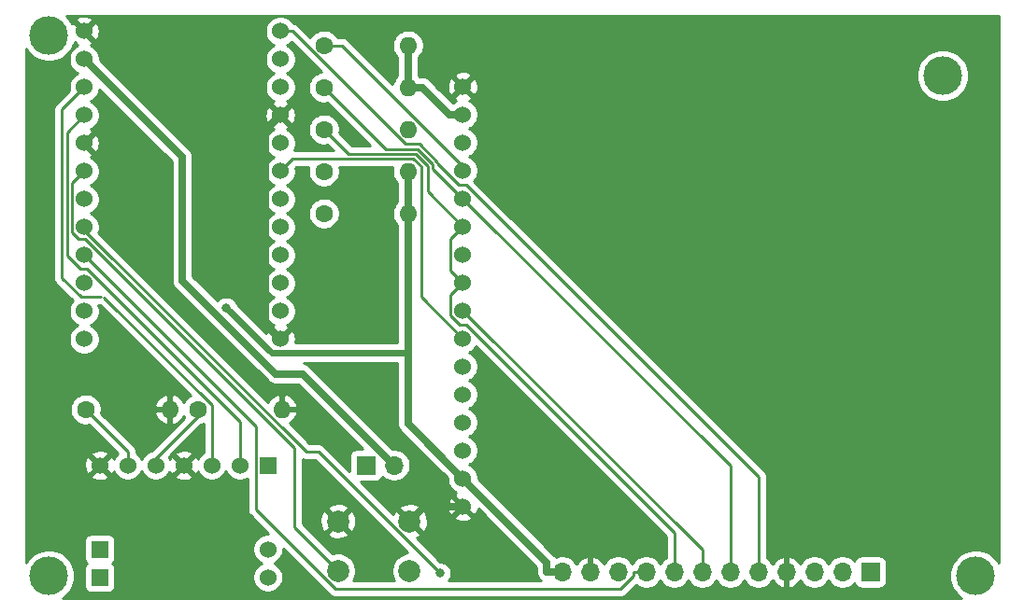
<source format=gbl>
G04 #@! TF.GenerationSoftware,KiCad,Pcbnew,5.1.5+dfsg1-2build2*
G04 #@! TF.CreationDate,2021-12-20T12:54:09+09:00*
G04 #@! TF.ProjectId,genesis-sound-card-rev2,67656e65-7369-4732-9d73-6f756e642d63,rev?*
G04 #@! TF.SameCoordinates,Original*
G04 #@! TF.FileFunction,Copper,L2,Bot*
G04 #@! TF.FilePolarity,Positive*
%FSLAX46Y46*%
G04 Gerber Fmt 4.6, Leading zero omitted, Abs format (unit mm)*
G04 Created by KiCad (PCBNEW 5.1.5+dfsg1-2build2) date 2021-12-20 12:54:09*
%MOMM*%
%LPD*%
G04 APERTURE LIST*
%ADD10R,1.524000X1.524000*%
%ADD11C,1.524000*%
%ADD12O,1.600000X1.600000*%
%ADD13C,1.600000*%
%ADD14O,1.700000X1.700000*%
%ADD15R,1.700000X1.700000*%
%ADD16C,2.000000*%
%ADD17C,3.500000*%
%ADD18C,0.800000*%
%ADD19C,0.650000*%
%ADD20C,0.600000*%
%ADD21C,0.250000*%
%ADD22C,0.254000*%
G04 APERTURE END LIST*
D10*
X47600000Y-111130000D03*
X47600000Y-108590000D03*
D11*
X62840000Y-111130000D03*
X62840000Y-108590000D03*
X47600000Y-100970000D03*
X50140000Y-100970000D03*
X52680000Y-100970000D03*
D10*
X62840000Y-100970000D03*
D11*
X60300000Y-100970000D03*
X57760000Y-100970000D03*
X55220000Y-100970000D03*
X46190000Y-89530000D03*
X46190000Y-86990000D03*
X46190000Y-84450000D03*
X46190000Y-81910000D03*
X46190000Y-79370000D03*
X46190000Y-76830000D03*
X46190000Y-74290000D03*
X46190000Y-71750000D03*
X46190000Y-69210000D03*
X46190000Y-66670000D03*
X46190000Y-64130000D03*
X46190000Y-61590000D03*
X63970000Y-61590000D03*
X63970000Y-64130000D03*
X63970000Y-66670000D03*
X63970000Y-69210000D03*
X63970000Y-71750000D03*
X63970000Y-74290000D03*
X63970000Y-76830000D03*
X63970000Y-79370000D03*
X63970000Y-81910000D03*
X63970000Y-84450000D03*
X63970000Y-86990000D03*
X63970000Y-89530000D03*
D12*
X75540000Y-62870000D03*
D13*
X67920000Y-62870000D03*
D12*
X75540000Y-70490000D03*
D13*
X67920000Y-70490000D03*
D14*
X74270000Y-100970000D03*
D15*
X71730000Y-100970000D03*
D12*
X75540000Y-66680000D03*
D13*
X67920000Y-66680000D03*
D12*
X75540000Y-74300000D03*
D13*
X67920000Y-74300000D03*
D12*
X75540000Y-78110000D03*
D13*
X67920000Y-78110000D03*
D16*
X75690000Y-106050000D03*
X75690000Y-110550000D03*
X69190000Y-106050000D03*
X69190000Y-110550000D03*
D14*
X89510000Y-110660000D03*
X92050000Y-110660000D03*
X94590000Y-110660000D03*
X97130000Y-110660000D03*
X99670000Y-110660000D03*
X102210000Y-110660000D03*
X104750000Y-110660000D03*
X107290000Y-110660000D03*
X109830000Y-110660000D03*
X112370000Y-110660000D03*
X114910000Y-110660000D03*
D15*
X117450000Y-110660000D03*
D11*
X80500000Y-104710000D03*
X80500000Y-102170000D03*
X80500000Y-99630000D03*
X80500000Y-97090000D03*
X80500000Y-94550000D03*
X80500000Y-92010000D03*
X80500000Y-89470000D03*
X80500000Y-86930000D03*
X80500000Y-84390000D03*
X80500000Y-81850000D03*
X80500000Y-79310000D03*
X80500000Y-76770000D03*
X80500000Y-74230000D03*
X80500000Y-71690000D03*
X80500000Y-69150000D03*
X80500000Y-66610000D03*
D12*
X64110000Y-95890000D03*
D13*
X56490000Y-95890000D03*
D12*
X53950000Y-95890000D03*
D13*
X46330000Y-95890000D03*
D17*
X124000000Y-65600000D03*
X127000000Y-111000000D03*
X43000000Y-111000000D03*
X43000000Y-62000000D03*
D18*
X59080000Y-86690000D03*
X78444050Y-110765950D03*
D19*
X89510000Y-110660000D02*
X88134700Y-110660000D01*
X80500000Y-102170000D02*
X88134700Y-109804700D01*
X88134700Y-109804700D02*
X88134700Y-110660000D01*
X75540000Y-90868500D02*
X75540000Y-97210000D01*
X75540000Y-97210000D02*
X80500000Y-102170000D01*
X75540000Y-66680000D02*
X76865300Y-66680000D01*
X80500000Y-69150000D02*
X79335300Y-69150000D01*
X79335300Y-69150000D02*
X76865300Y-66680000D01*
X75540000Y-78110000D02*
X75540000Y-90868500D01*
X75540000Y-74300000D02*
X75540000Y-78110000D01*
X75540000Y-66680000D02*
X75540000Y-62870000D01*
D20*
X75463501Y-90792001D02*
X75540000Y-90868500D01*
X63182001Y-90792001D02*
X75463501Y-90792001D01*
X59080000Y-86690000D02*
X63182001Y-90792001D01*
D19*
X63970000Y-69210000D02*
X62638300Y-70541700D01*
X62638300Y-70541700D02*
X62638300Y-88198300D01*
X62638300Y-88198300D02*
X63970000Y-89530000D01*
X80500000Y-104710000D02*
X77030000Y-104710000D01*
X77030000Y-104710000D02*
X75690000Y-106050000D01*
D21*
X67422600Y-99744500D02*
X66298800Y-99744500D01*
X66298800Y-99744500D02*
X46190000Y-79635700D01*
X46190000Y-79635700D02*
X46190000Y-79370000D01*
X78444050Y-110765950D02*
X67422600Y-99744500D01*
X97130000Y-110660000D02*
X95954700Y-110660000D01*
X95954700Y-110660000D02*
X95954700Y-111027300D01*
X95954700Y-111027300D02*
X94800200Y-112181800D01*
X94800200Y-112181800D02*
X68939700Y-112181800D01*
X68939700Y-112181800D02*
X61729300Y-104971400D01*
X61729300Y-104971400D02*
X61729300Y-97449300D01*
X61729300Y-97449300D02*
X46190000Y-81910000D01*
X80500000Y-84390000D02*
X79412600Y-83302600D01*
X79412600Y-83302600D02*
X79412600Y-80397400D01*
X79412600Y-80397400D02*
X80500000Y-79310000D01*
X80500000Y-84390000D02*
X79404100Y-85485900D01*
X79404100Y-85485900D02*
X79404100Y-87404100D01*
X79404100Y-87404100D02*
X80200000Y-88200000D01*
X80200000Y-88200000D02*
X80783200Y-88200000D01*
X80783200Y-88200000D02*
X99670000Y-107086800D01*
X99670000Y-107086800D02*
X99670000Y-110660000D01*
X80500000Y-79310000D02*
X77328700Y-76138700D01*
X77328700Y-76138700D02*
X77328700Y-73832100D01*
X77328700Y-73832100D02*
X76220900Y-72724300D01*
X76220900Y-72724300D02*
X70154300Y-72724300D01*
X70154300Y-72724300D02*
X67920000Y-70490000D01*
X80500000Y-73812000D02*
X69558000Y-62870000D01*
X69558000Y-62870000D02*
X67920000Y-62870000D01*
X80500000Y-73812000D02*
X80500000Y-74230000D01*
X102210000Y-110660000D02*
X102210000Y-108640000D01*
X102210000Y-108640000D02*
X80500000Y-86930000D01*
X80500000Y-76770000D02*
X77779000Y-74049000D01*
X77779000Y-74049000D02*
X77779000Y-73645500D01*
X77779000Y-73645500D02*
X76407500Y-72274000D01*
X76407500Y-72274000D02*
X73514000Y-72274000D01*
X73514000Y-72274000D02*
X67920000Y-66680000D01*
X80500000Y-76770000D02*
X104750000Y-101020000D01*
X104750000Y-101020000D02*
X104750000Y-110660000D01*
X107290000Y-110660000D02*
X107290000Y-102012100D01*
X107290000Y-102012100D02*
X80777900Y-75500000D01*
X80777900Y-75500000D02*
X80182800Y-75500000D01*
X80182800Y-75500000D02*
X78229300Y-73546500D01*
X78229300Y-73546500D02*
X78229300Y-73458900D01*
X78229300Y-73458900D02*
X76594100Y-71823700D01*
X76594100Y-71823700D02*
X75282200Y-71823700D01*
X75282200Y-71823700D02*
X65048500Y-61590000D01*
X65048500Y-61590000D02*
X63970000Y-61590000D01*
D19*
X74270000Y-100970000D02*
X65977900Y-92677900D01*
X65977900Y-92677900D02*
X63541500Y-92677900D01*
X63541500Y-92677900D02*
X55080000Y-84216400D01*
X55080000Y-84216400D02*
X55080000Y-73020000D01*
X55080000Y-73020000D02*
X46190000Y-64130000D01*
D21*
X46190000Y-69210000D02*
X44636800Y-70763200D01*
X44636800Y-70763200D02*
X44636800Y-81945200D01*
X44636800Y-81945200D02*
X45856300Y-83164700D01*
X45856300Y-83164700D02*
X46442600Y-83164700D01*
X46442600Y-83164700D02*
X60300000Y-97022100D01*
X60300000Y-97022100D02*
X60300000Y-100970000D01*
X47678900Y-85720000D02*
X45916600Y-85720000D01*
X45916600Y-85720000D02*
X44182900Y-83986300D01*
X44182900Y-83986300D02*
X44182900Y-68677100D01*
X44182900Y-68677100D02*
X46190000Y-66670000D01*
X57760000Y-95494998D02*
X47995002Y-85730000D01*
X57760000Y-100970000D02*
X57760000Y-95494998D01*
X46330000Y-95890000D02*
X50140000Y-99700000D01*
X50140000Y-99700000D02*
X50140000Y-100970000D01*
X56490000Y-96523500D02*
X52680000Y-100333500D01*
X52680000Y-100333500D02*
X52680000Y-100970000D01*
X56490000Y-95890000D02*
X56490000Y-96523500D01*
X69190000Y-110550000D02*
X65203000Y-106563000D01*
X65203000Y-106563000D02*
X65203000Y-99385100D01*
X65203000Y-99385100D02*
X46279300Y-80461400D01*
X46279300Y-80461400D02*
X45690900Y-80461400D01*
X45690900Y-80461400D02*
X45087200Y-79857700D01*
X45087200Y-79857700D02*
X45087200Y-75392800D01*
X45087200Y-75392800D02*
X46190000Y-74290000D01*
X80500000Y-89470000D02*
X76719400Y-85689400D01*
X76719400Y-85689400D02*
X76719400Y-73859700D01*
X76719400Y-73859700D02*
X76034300Y-73174600D01*
X76034300Y-73174600D02*
X65085400Y-73174600D01*
X65085400Y-73174600D02*
X63970000Y-74290000D01*
D22*
G36*
X129053000Y-109779645D02*
G01*
X128852550Y-109479651D01*
X128520349Y-109147450D01*
X128129721Y-108886440D01*
X127695679Y-108706654D01*
X127234902Y-108615000D01*
X126765098Y-108615000D01*
X126304321Y-108706654D01*
X125870279Y-108886440D01*
X125479651Y-109147450D01*
X125147450Y-109479651D01*
X124886440Y-109870279D01*
X124706654Y-110304321D01*
X124615000Y-110765098D01*
X124615000Y-111234902D01*
X124706654Y-111695679D01*
X124886440Y-112129721D01*
X125147450Y-112520349D01*
X125479651Y-112852550D01*
X125719781Y-113013000D01*
X44280219Y-113013000D01*
X44520349Y-112852550D01*
X44852550Y-112520349D01*
X45113560Y-112129721D01*
X45293346Y-111695679D01*
X45385000Y-111234902D01*
X45385000Y-110765098D01*
X45293346Y-110304321D01*
X45113560Y-109870279D01*
X44852550Y-109479651D01*
X44520349Y-109147450D01*
X44129721Y-108886440D01*
X43695679Y-108706654D01*
X43234902Y-108615000D01*
X42765098Y-108615000D01*
X42304321Y-108706654D01*
X41870279Y-108886440D01*
X41479651Y-109147450D01*
X41147450Y-109479651D01*
X40907000Y-109839509D01*
X40907000Y-107828000D01*
X46199928Y-107828000D01*
X46199928Y-109352000D01*
X46212188Y-109476482D01*
X46248498Y-109596180D01*
X46307463Y-109706494D01*
X46386815Y-109803185D01*
X46456044Y-109860000D01*
X46386815Y-109916815D01*
X46307463Y-110013506D01*
X46248498Y-110123820D01*
X46212188Y-110243518D01*
X46199928Y-110368000D01*
X46199928Y-111892000D01*
X46212188Y-112016482D01*
X46248498Y-112136180D01*
X46307463Y-112246494D01*
X46386815Y-112343185D01*
X46483506Y-112422537D01*
X46593820Y-112481502D01*
X46713518Y-112517812D01*
X46838000Y-112530072D01*
X48362000Y-112530072D01*
X48486482Y-112517812D01*
X48606180Y-112481502D01*
X48716494Y-112422537D01*
X48813185Y-112343185D01*
X48892537Y-112246494D01*
X48951502Y-112136180D01*
X48987812Y-112016482D01*
X49000072Y-111892000D01*
X49000072Y-110368000D01*
X48987812Y-110243518D01*
X48951502Y-110123820D01*
X48892537Y-110013506D01*
X48813185Y-109916815D01*
X48743956Y-109860000D01*
X48813185Y-109803185D01*
X48892537Y-109706494D01*
X48951502Y-109596180D01*
X48987812Y-109476482D01*
X49000072Y-109352000D01*
X49000072Y-107828000D01*
X48987812Y-107703518D01*
X48951502Y-107583820D01*
X48892537Y-107473506D01*
X48813185Y-107376815D01*
X48716494Y-107297463D01*
X48606180Y-107238498D01*
X48486482Y-107202188D01*
X48362000Y-107189928D01*
X46838000Y-107189928D01*
X46713518Y-107202188D01*
X46593820Y-107238498D01*
X46483506Y-107297463D01*
X46386815Y-107376815D01*
X46307463Y-107473506D01*
X46248498Y-107583820D01*
X46212188Y-107703518D01*
X46199928Y-107828000D01*
X40907000Y-107828000D01*
X40907000Y-101935565D01*
X46814040Y-101935565D01*
X46881020Y-102175656D01*
X47130048Y-102292756D01*
X47397135Y-102359023D01*
X47672017Y-102371910D01*
X47944133Y-102330922D01*
X48203023Y-102237636D01*
X48318980Y-102175656D01*
X48385960Y-101935565D01*
X47600000Y-101149605D01*
X46814040Y-101935565D01*
X40907000Y-101935565D01*
X40907000Y-101042017D01*
X46198090Y-101042017D01*
X46239078Y-101314133D01*
X46332364Y-101573023D01*
X46394344Y-101688980D01*
X46634435Y-101755960D01*
X47420395Y-100970000D01*
X46634435Y-100184040D01*
X46394344Y-100251020D01*
X46277244Y-100500048D01*
X46210977Y-100767135D01*
X46198090Y-101042017D01*
X40907000Y-101042017D01*
X40907000Y-100004435D01*
X46814040Y-100004435D01*
X47600000Y-100790395D01*
X48385960Y-100004435D01*
X48318980Y-99764344D01*
X48069952Y-99647244D01*
X47802865Y-99580977D01*
X47527983Y-99568090D01*
X47255867Y-99609078D01*
X46996977Y-99702364D01*
X46881020Y-99764344D01*
X46814040Y-100004435D01*
X40907000Y-100004435D01*
X40907000Y-63160491D01*
X41147450Y-63520349D01*
X41479651Y-63852550D01*
X41870279Y-64113560D01*
X42304321Y-64293346D01*
X42765098Y-64385000D01*
X43234902Y-64385000D01*
X43695679Y-64293346D01*
X44129721Y-64113560D01*
X44520349Y-63852550D01*
X44852550Y-63520349D01*
X45113560Y-63129721D01*
X45293346Y-62695679D01*
X45300650Y-62658958D01*
X45404041Y-62555567D01*
X45471020Y-62795656D01*
X45606760Y-62859485D01*
X45528273Y-62891995D01*
X45299465Y-63044880D01*
X45104880Y-63239465D01*
X44951995Y-63468273D01*
X44846686Y-63722510D01*
X44793000Y-63992408D01*
X44793000Y-64267592D01*
X44846686Y-64537490D01*
X44951995Y-64791727D01*
X45104880Y-65020535D01*
X45299465Y-65215120D01*
X45528273Y-65368005D01*
X45605515Y-65400000D01*
X45528273Y-65431995D01*
X45299465Y-65584880D01*
X45104880Y-65779465D01*
X44951995Y-66008273D01*
X44846686Y-66262510D01*
X44793000Y-66532408D01*
X44793000Y-66807592D01*
X44823628Y-66961570D01*
X43671898Y-68113301D01*
X43642900Y-68137099D01*
X43619102Y-68166097D01*
X43619101Y-68166098D01*
X43547926Y-68252824D01*
X43477354Y-68384854D01*
X43447080Y-68484658D01*
X43433898Y-68528114D01*
X43429278Y-68575026D01*
X43419224Y-68677100D01*
X43422901Y-68714433D01*
X43422900Y-83948978D01*
X43419224Y-83986300D01*
X43422900Y-84023622D01*
X43422900Y-84023632D01*
X43433897Y-84135285D01*
X43472809Y-84263562D01*
X43477354Y-84278546D01*
X43547926Y-84410576D01*
X43587771Y-84459126D01*
X43642899Y-84526301D01*
X43671903Y-84550104D01*
X45163072Y-86041273D01*
X45104880Y-86099465D01*
X44951995Y-86328273D01*
X44846686Y-86582510D01*
X44793000Y-86852408D01*
X44793000Y-87127592D01*
X44846686Y-87397490D01*
X44951995Y-87651727D01*
X45104880Y-87880535D01*
X45299465Y-88075120D01*
X45528273Y-88228005D01*
X45605515Y-88260000D01*
X45528273Y-88291995D01*
X45299465Y-88444880D01*
X45104880Y-88639465D01*
X44951995Y-88868273D01*
X44846686Y-89122510D01*
X44793000Y-89392408D01*
X44793000Y-89667592D01*
X44846686Y-89937490D01*
X44951995Y-90191727D01*
X45104880Y-90420535D01*
X45299465Y-90615120D01*
X45528273Y-90768005D01*
X45782510Y-90873314D01*
X46052408Y-90927000D01*
X46327592Y-90927000D01*
X46597490Y-90873314D01*
X46851727Y-90768005D01*
X47080535Y-90615120D01*
X47275120Y-90420535D01*
X47428005Y-90191727D01*
X47533314Y-89937490D01*
X47587000Y-89667592D01*
X47587000Y-89392408D01*
X47533314Y-89122510D01*
X47428005Y-88868273D01*
X47275120Y-88639465D01*
X47080535Y-88444880D01*
X46851727Y-88291995D01*
X46774485Y-88260000D01*
X46851727Y-88228005D01*
X47080535Y-88075120D01*
X47275120Y-87880535D01*
X47428005Y-87651727D01*
X47533314Y-87397490D01*
X47587000Y-87127592D01*
X47587000Y-86852408D01*
X47533314Y-86582510D01*
X47490853Y-86480000D01*
X47670201Y-86480000D01*
X55809222Y-94619022D01*
X55575241Y-94775363D01*
X55375363Y-94975241D01*
X55218320Y-95210273D01*
X55213643Y-95221565D01*
X55181037Y-95152580D01*
X55013519Y-94926586D01*
X54805131Y-94737615D01*
X54563881Y-94592930D01*
X54299040Y-94498091D01*
X54077000Y-94619376D01*
X54077000Y-95763000D01*
X54097000Y-95763000D01*
X54097000Y-96017000D01*
X54077000Y-96017000D01*
X54077000Y-97160624D01*
X54299040Y-97281909D01*
X54563881Y-97187070D01*
X54805131Y-97042385D01*
X55013519Y-96853414D01*
X55181037Y-96627420D01*
X55213643Y-96558435D01*
X55218320Y-96569727D01*
X55278662Y-96660036D01*
X52321822Y-99616877D01*
X52272510Y-99626686D01*
X52018273Y-99731995D01*
X51789465Y-99884880D01*
X51594880Y-100079465D01*
X51441995Y-100308273D01*
X51410000Y-100385515D01*
X51378005Y-100308273D01*
X51225120Y-100079465D01*
X51030535Y-99884880D01*
X50900000Y-99797659D01*
X50900000Y-99737325D01*
X50903676Y-99700000D01*
X50900000Y-99662675D01*
X50900000Y-99662667D01*
X50889003Y-99551014D01*
X50845546Y-99407753D01*
X50774974Y-99275724D01*
X50680001Y-99159999D01*
X50651004Y-99136202D01*
X47753841Y-96239039D01*
X52558096Y-96239039D01*
X52598754Y-96373087D01*
X52718963Y-96627420D01*
X52886481Y-96853414D01*
X53094869Y-97042385D01*
X53336119Y-97187070D01*
X53600960Y-97281909D01*
X53823000Y-97160624D01*
X53823000Y-96017000D01*
X52680085Y-96017000D01*
X52558096Y-96239039D01*
X47753841Y-96239039D01*
X47728688Y-96213887D01*
X47765000Y-96031335D01*
X47765000Y-95748665D01*
X47723685Y-95540961D01*
X52558096Y-95540961D01*
X52680085Y-95763000D01*
X53823000Y-95763000D01*
X53823000Y-94619376D01*
X53600960Y-94498091D01*
X53336119Y-94592930D01*
X53094869Y-94737615D01*
X52886481Y-94926586D01*
X52718963Y-95152580D01*
X52598754Y-95406913D01*
X52558096Y-95540961D01*
X47723685Y-95540961D01*
X47709853Y-95471426D01*
X47601680Y-95210273D01*
X47444637Y-94975241D01*
X47244759Y-94775363D01*
X47009727Y-94618320D01*
X46748574Y-94510147D01*
X46471335Y-94455000D01*
X46188665Y-94455000D01*
X45911426Y-94510147D01*
X45650273Y-94618320D01*
X45415241Y-94775363D01*
X45215363Y-94975241D01*
X45058320Y-95210273D01*
X44950147Y-95471426D01*
X44895000Y-95748665D01*
X44895000Y-96031335D01*
X44950147Y-96308574D01*
X45058320Y-96569727D01*
X45215363Y-96804759D01*
X45415241Y-97004637D01*
X45650273Y-97161680D01*
X45911426Y-97269853D01*
X46188665Y-97325000D01*
X46471335Y-97325000D01*
X46653887Y-97288688D01*
X49249833Y-99884634D01*
X49249465Y-99884880D01*
X49054880Y-100079465D01*
X48901995Y-100308273D01*
X48872308Y-100379943D01*
X48867636Y-100366977D01*
X48805656Y-100251020D01*
X48565565Y-100184040D01*
X47779605Y-100970000D01*
X48565565Y-101755960D01*
X48805656Y-101688980D01*
X48869485Y-101553240D01*
X48901995Y-101631727D01*
X49054880Y-101860535D01*
X49249465Y-102055120D01*
X49478273Y-102208005D01*
X49732510Y-102313314D01*
X50002408Y-102367000D01*
X50277592Y-102367000D01*
X50547490Y-102313314D01*
X50801727Y-102208005D01*
X51030535Y-102055120D01*
X51225120Y-101860535D01*
X51378005Y-101631727D01*
X51410000Y-101554485D01*
X51441995Y-101631727D01*
X51594880Y-101860535D01*
X51789465Y-102055120D01*
X52018273Y-102208005D01*
X52272510Y-102313314D01*
X52542408Y-102367000D01*
X52817592Y-102367000D01*
X53087490Y-102313314D01*
X53341727Y-102208005D01*
X53570535Y-102055120D01*
X53690090Y-101935565D01*
X54434040Y-101935565D01*
X54501020Y-102175656D01*
X54750048Y-102292756D01*
X55017135Y-102359023D01*
X55292017Y-102371910D01*
X55564133Y-102330922D01*
X55823023Y-102237636D01*
X55938980Y-102175656D01*
X56005960Y-101935565D01*
X55220000Y-101149605D01*
X54434040Y-101935565D01*
X53690090Y-101935565D01*
X53765120Y-101860535D01*
X53918005Y-101631727D01*
X53947692Y-101560057D01*
X53952364Y-101573023D01*
X54014344Y-101688980D01*
X54254435Y-101755960D01*
X55040395Y-100970000D01*
X54254435Y-100184040D01*
X54014344Y-100251020D01*
X53950515Y-100386760D01*
X53918005Y-100308273D01*
X53862739Y-100225562D01*
X54083866Y-100004435D01*
X54434040Y-100004435D01*
X55220000Y-100790395D01*
X56005960Y-100004435D01*
X55938980Y-99764344D01*
X55689952Y-99647244D01*
X55422865Y-99580977D01*
X55147983Y-99568090D01*
X54875867Y-99609078D01*
X54616977Y-99702364D01*
X54501020Y-99764344D01*
X54434040Y-100004435D01*
X54083866Y-100004435D01*
X56796070Y-97292232D01*
X56908574Y-97269853D01*
X57000001Y-97231983D01*
X57000000Y-99797659D01*
X56869465Y-99884880D01*
X56674880Y-100079465D01*
X56521995Y-100308273D01*
X56492308Y-100379943D01*
X56487636Y-100366977D01*
X56425656Y-100251020D01*
X56185565Y-100184040D01*
X55399605Y-100970000D01*
X56185565Y-101755960D01*
X56425656Y-101688980D01*
X56489485Y-101553240D01*
X56521995Y-101631727D01*
X56674880Y-101860535D01*
X56869465Y-102055120D01*
X57098273Y-102208005D01*
X57352510Y-102313314D01*
X57622408Y-102367000D01*
X57897592Y-102367000D01*
X58167490Y-102313314D01*
X58421727Y-102208005D01*
X58650535Y-102055120D01*
X58845120Y-101860535D01*
X58998005Y-101631727D01*
X59030000Y-101554485D01*
X59061995Y-101631727D01*
X59214880Y-101860535D01*
X59409465Y-102055120D01*
X59638273Y-102208005D01*
X59892510Y-102313314D01*
X60162408Y-102367000D01*
X60437592Y-102367000D01*
X60707490Y-102313314D01*
X60961727Y-102208005D01*
X60969300Y-102202945D01*
X60969300Y-104934078D01*
X60965624Y-104971400D01*
X60969300Y-105008722D01*
X60969300Y-105008732D01*
X60980297Y-105120385D01*
X61001401Y-105189956D01*
X61023754Y-105263646D01*
X61094326Y-105395676D01*
X61121658Y-105428980D01*
X61189299Y-105511401D01*
X61218303Y-105535204D01*
X62876099Y-107193000D01*
X62702408Y-107193000D01*
X62432510Y-107246686D01*
X62178273Y-107351995D01*
X61949465Y-107504880D01*
X61754880Y-107699465D01*
X61601995Y-107928273D01*
X61496686Y-108182510D01*
X61443000Y-108452408D01*
X61443000Y-108727592D01*
X61496686Y-108997490D01*
X61601995Y-109251727D01*
X61754880Y-109480535D01*
X61949465Y-109675120D01*
X62178273Y-109828005D01*
X62255515Y-109860000D01*
X62178273Y-109891995D01*
X61949465Y-110044880D01*
X61754880Y-110239465D01*
X61601995Y-110468273D01*
X61496686Y-110722510D01*
X61443000Y-110992408D01*
X61443000Y-111267592D01*
X61496686Y-111537490D01*
X61601995Y-111791727D01*
X61754880Y-112020535D01*
X61949465Y-112215120D01*
X62178273Y-112368005D01*
X62432510Y-112473314D01*
X62702408Y-112527000D01*
X62977592Y-112527000D01*
X63247490Y-112473314D01*
X63501727Y-112368005D01*
X63730535Y-112215120D01*
X63925120Y-112020535D01*
X64078005Y-111791727D01*
X64183314Y-111537490D01*
X64237000Y-111267592D01*
X64237000Y-110992408D01*
X64183314Y-110722510D01*
X64078005Y-110468273D01*
X63925120Y-110239465D01*
X63730535Y-110044880D01*
X63501727Y-109891995D01*
X63424485Y-109860000D01*
X63501727Y-109828005D01*
X63730535Y-109675120D01*
X63925120Y-109480535D01*
X64078005Y-109251727D01*
X64183314Y-108997490D01*
X64237000Y-108727592D01*
X64237000Y-108553902D01*
X68375905Y-112692808D01*
X68399699Y-112721801D01*
X68428692Y-112745595D01*
X68428696Y-112745599D01*
X68498280Y-112802704D01*
X68515424Y-112816774D01*
X68647453Y-112887346D01*
X68790714Y-112930803D01*
X68902367Y-112941800D01*
X68902376Y-112941800D01*
X68939699Y-112945476D01*
X68977022Y-112941800D01*
X94762878Y-112941800D01*
X94800200Y-112945476D01*
X94837522Y-112941800D01*
X94837533Y-112941800D01*
X94949186Y-112930803D01*
X95092447Y-112887346D01*
X95224476Y-112816774D01*
X95340201Y-112721801D01*
X95364004Y-112692797D01*
X96219311Y-111837491D01*
X96426589Y-111975990D01*
X96696842Y-112087932D01*
X96983740Y-112145000D01*
X97276260Y-112145000D01*
X97563158Y-112087932D01*
X97833411Y-111975990D01*
X98076632Y-111813475D01*
X98283475Y-111606632D01*
X98400000Y-111432240D01*
X98516525Y-111606632D01*
X98723368Y-111813475D01*
X98966589Y-111975990D01*
X99236842Y-112087932D01*
X99523740Y-112145000D01*
X99816260Y-112145000D01*
X100103158Y-112087932D01*
X100373411Y-111975990D01*
X100616632Y-111813475D01*
X100823475Y-111606632D01*
X100940000Y-111432240D01*
X101056525Y-111606632D01*
X101263368Y-111813475D01*
X101506589Y-111975990D01*
X101776842Y-112087932D01*
X102063740Y-112145000D01*
X102356260Y-112145000D01*
X102643158Y-112087932D01*
X102913411Y-111975990D01*
X103156632Y-111813475D01*
X103363475Y-111606632D01*
X103480000Y-111432240D01*
X103596525Y-111606632D01*
X103803368Y-111813475D01*
X104046589Y-111975990D01*
X104316842Y-112087932D01*
X104603740Y-112145000D01*
X104896260Y-112145000D01*
X105183158Y-112087932D01*
X105453411Y-111975990D01*
X105696632Y-111813475D01*
X105903475Y-111606632D01*
X106020000Y-111432240D01*
X106136525Y-111606632D01*
X106343368Y-111813475D01*
X106586589Y-111975990D01*
X106856842Y-112087932D01*
X107143740Y-112145000D01*
X107436260Y-112145000D01*
X107723158Y-112087932D01*
X107993411Y-111975990D01*
X108236632Y-111813475D01*
X108443475Y-111606632D01*
X108565195Y-111424466D01*
X108634822Y-111541355D01*
X108829731Y-111757588D01*
X109063080Y-111931641D01*
X109325901Y-112056825D01*
X109473110Y-112101476D01*
X109703000Y-111980155D01*
X109703000Y-110787000D01*
X109683000Y-110787000D01*
X109683000Y-110533000D01*
X109703000Y-110533000D01*
X109703000Y-109339845D01*
X109957000Y-109339845D01*
X109957000Y-110533000D01*
X109977000Y-110533000D01*
X109977000Y-110787000D01*
X109957000Y-110787000D01*
X109957000Y-111980155D01*
X110186890Y-112101476D01*
X110334099Y-112056825D01*
X110596920Y-111931641D01*
X110830269Y-111757588D01*
X111025178Y-111541355D01*
X111094805Y-111424466D01*
X111216525Y-111606632D01*
X111423368Y-111813475D01*
X111666589Y-111975990D01*
X111936842Y-112087932D01*
X112223740Y-112145000D01*
X112516260Y-112145000D01*
X112803158Y-112087932D01*
X113073411Y-111975990D01*
X113316632Y-111813475D01*
X113523475Y-111606632D01*
X113640000Y-111432240D01*
X113756525Y-111606632D01*
X113963368Y-111813475D01*
X114206589Y-111975990D01*
X114476842Y-112087932D01*
X114763740Y-112145000D01*
X115056260Y-112145000D01*
X115343158Y-112087932D01*
X115613411Y-111975990D01*
X115856632Y-111813475D01*
X115988487Y-111681620D01*
X116010498Y-111754180D01*
X116069463Y-111864494D01*
X116148815Y-111961185D01*
X116245506Y-112040537D01*
X116355820Y-112099502D01*
X116475518Y-112135812D01*
X116600000Y-112148072D01*
X118300000Y-112148072D01*
X118424482Y-112135812D01*
X118544180Y-112099502D01*
X118654494Y-112040537D01*
X118751185Y-111961185D01*
X118830537Y-111864494D01*
X118889502Y-111754180D01*
X118925812Y-111634482D01*
X118938072Y-111510000D01*
X118938072Y-109810000D01*
X118925812Y-109685518D01*
X118889502Y-109565820D01*
X118830537Y-109455506D01*
X118751185Y-109358815D01*
X118654494Y-109279463D01*
X118544180Y-109220498D01*
X118424482Y-109184188D01*
X118300000Y-109171928D01*
X116600000Y-109171928D01*
X116475518Y-109184188D01*
X116355820Y-109220498D01*
X116245506Y-109279463D01*
X116148815Y-109358815D01*
X116069463Y-109455506D01*
X116010498Y-109565820D01*
X115988487Y-109638380D01*
X115856632Y-109506525D01*
X115613411Y-109344010D01*
X115343158Y-109232068D01*
X115056260Y-109175000D01*
X114763740Y-109175000D01*
X114476842Y-109232068D01*
X114206589Y-109344010D01*
X113963368Y-109506525D01*
X113756525Y-109713368D01*
X113640000Y-109887760D01*
X113523475Y-109713368D01*
X113316632Y-109506525D01*
X113073411Y-109344010D01*
X112803158Y-109232068D01*
X112516260Y-109175000D01*
X112223740Y-109175000D01*
X111936842Y-109232068D01*
X111666589Y-109344010D01*
X111423368Y-109506525D01*
X111216525Y-109713368D01*
X111094805Y-109895534D01*
X111025178Y-109778645D01*
X110830269Y-109562412D01*
X110596920Y-109388359D01*
X110334099Y-109263175D01*
X110186890Y-109218524D01*
X109957000Y-109339845D01*
X109703000Y-109339845D01*
X109473110Y-109218524D01*
X109325901Y-109263175D01*
X109063080Y-109388359D01*
X108829731Y-109562412D01*
X108634822Y-109778645D01*
X108565195Y-109895534D01*
X108443475Y-109713368D01*
X108236632Y-109506525D01*
X108050000Y-109381822D01*
X108050000Y-102049422D01*
X108053676Y-102012099D01*
X108050000Y-101974776D01*
X108050000Y-101974767D01*
X108039003Y-101863114D01*
X107995546Y-101719853D01*
X107924974Y-101587824D01*
X107873026Y-101524525D01*
X107853799Y-101501096D01*
X107853795Y-101501092D01*
X107830001Y-101472099D01*
X107801008Y-101448305D01*
X81529178Y-75176477D01*
X81585120Y-75120535D01*
X81738005Y-74891727D01*
X81843314Y-74637490D01*
X81897000Y-74367592D01*
X81897000Y-74092408D01*
X81843314Y-73822510D01*
X81738005Y-73568273D01*
X81585120Y-73339465D01*
X81390535Y-73144880D01*
X81161727Y-72991995D01*
X81084485Y-72960000D01*
X81161727Y-72928005D01*
X81390535Y-72775120D01*
X81585120Y-72580535D01*
X81738005Y-72351727D01*
X81843314Y-72097490D01*
X81897000Y-71827592D01*
X81897000Y-71552408D01*
X81843314Y-71282510D01*
X81738005Y-71028273D01*
X81585120Y-70799465D01*
X81390535Y-70604880D01*
X81161727Y-70451995D01*
X81084485Y-70420000D01*
X81161727Y-70388005D01*
X81390535Y-70235120D01*
X81585120Y-70040535D01*
X81738005Y-69811727D01*
X81843314Y-69557490D01*
X81897000Y-69287592D01*
X81897000Y-69012408D01*
X81843314Y-68742510D01*
X81738005Y-68488273D01*
X81585120Y-68259465D01*
X81390535Y-68064880D01*
X81161727Y-67911995D01*
X81090057Y-67882308D01*
X81103023Y-67877636D01*
X81218980Y-67815656D01*
X81285960Y-67575565D01*
X80500000Y-66789605D01*
X79714040Y-67575565D01*
X79781020Y-67815656D01*
X79916760Y-67879485D01*
X79838273Y-67911995D01*
X79609465Y-68064880D01*
X79608645Y-68065700D01*
X78224962Y-66682017D01*
X79098090Y-66682017D01*
X79139078Y-66954133D01*
X79232364Y-67213023D01*
X79294344Y-67328980D01*
X79534435Y-67395960D01*
X80320395Y-66610000D01*
X80679605Y-66610000D01*
X81465565Y-67395960D01*
X81705656Y-67328980D01*
X81822756Y-67079952D01*
X81889023Y-66812865D01*
X81901910Y-66537983D01*
X81860922Y-66265867D01*
X81767636Y-66006977D01*
X81705656Y-65891020D01*
X81465565Y-65824040D01*
X80679605Y-66610000D01*
X80320395Y-66610000D01*
X79534435Y-65824040D01*
X79294344Y-65891020D01*
X79177244Y-66140048D01*
X79110977Y-66407135D01*
X79098090Y-66682017D01*
X78224962Y-66682017D01*
X77577475Y-66034531D01*
X77547407Y-65997893D01*
X77401228Y-65877927D01*
X77234454Y-65788784D01*
X77053493Y-65733890D01*
X76912462Y-65720000D01*
X76912452Y-65720000D01*
X76865300Y-65715356D01*
X76818148Y-65720000D01*
X76609396Y-65720000D01*
X76533831Y-65644435D01*
X79714040Y-65644435D01*
X80500000Y-66430395D01*
X81285960Y-65644435D01*
X81218980Y-65404344D01*
X81135519Y-65365098D01*
X121615000Y-65365098D01*
X121615000Y-65834902D01*
X121706654Y-66295679D01*
X121886440Y-66729721D01*
X122147450Y-67120349D01*
X122479651Y-67452550D01*
X122870279Y-67713560D01*
X123304321Y-67893346D01*
X123765098Y-67985000D01*
X124234902Y-67985000D01*
X124695679Y-67893346D01*
X125129721Y-67713560D01*
X125520349Y-67452550D01*
X125852550Y-67120349D01*
X126113560Y-66729721D01*
X126293346Y-66295679D01*
X126385000Y-65834902D01*
X126385000Y-65365098D01*
X126293346Y-64904321D01*
X126113560Y-64470279D01*
X125852550Y-64079651D01*
X125520349Y-63747450D01*
X125129721Y-63486440D01*
X124695679Y-63306654D01*
X124234902Y-63215000D01*
X123765098Y-63215000D01*
X123304321Y-63306654D01*
X122870279Y-63486440D01*
X122479651Y-63747450D01*
X122147450Y-64079651D01*
X121886440Y-64470279D01*
X121706654Y-64904321D01*
X121615000Y-65365098D01*
X81135519Y-65365098D01*
X80969952Y-65287244D01*
X80702865Y-65220977D01*
X80427983Y-65208090D01*
X80155867Y-65249078D01*
X79896977Y-65342364D01*
X79781020Y-65404344D01*
X79714040Y-65644435D01*
X76533831Y-65644435D01*
X76500000Y-65610604D01*
X76500000Y-63939396D01*
X76654637Y-63784759D01*
X76811680Y-63549727D01*
X76919853Y-63288574D01*
X76975000Y-63011335D01*
X76975000Y-62728665D01*
X76919853Y-62451426D01*
X76811680Y-62190273D01*
X76654637Y-61955241D01*
X76454759Y-61755363D01*
X76219727Y-61598320D01*
X75958574Y-61490147D01*
X75681335Y-61435000D01*
X75398665Y-61435000D01*
X75121426Y-61490147D01*
X74860273Y-61598320D01*
X74625241Y-61755363D01*
X74425363Y-61955241D01*
X74268320Y-62190273D01*
X74160147Y-62451426D01*
X74105000Y-62728665D01*
X74105000Y-63011335D01*
X74160147Y-63288574D01*
X74268320Y-63549727D01*
X74425363Y-63784759D01*
X74580001Y-63939397D01*
X74580000Y-65610604D01*
X74425363Y-65765241D01*
X74268320Y-66000273D01*
X74160147Y-66261426D01*
X74137596Y-66374795D01*
X70121804Y-62359003D01*
X70098001Y-62329999D01*
X69982276Y-62235026D01*
X69850247Y-62164454D01*
X69706986Y-62120997D01*
X69595333Y-62110000D01*
X69595322Y-62110000D01*
X69558000Y-62106324D01*
X69520678Y-62110000D01*
X69138043Y-62110000D01*
X69034637Y-61955241D01*
X68834759Y-61755363D01*
X68599727Y-61598320D01*
X68338574Y-61490147D01*
X68061335Y-61435000D01*
X67778665Y-61435000D01*
X67501426Y-61490147D01*
X67240273Y-61598320D01*
X67005241Y-61755363D01*
X66805363Y-61955241D01*
X66678463Y-62145161D01*
X65612304Y-61079003D01*
X65588501Y-61049999D01*
X65472776Y-60955026D01*
X65340747Y-60884454D01*
X65197486Y-60840997D01*
X65146322Y-60835958D01*
X65055120Y-60699465D01*
X64860535Y-60504880D01*
X64631727Y-60351995D01*
X64377490Y-60246686D01*
X64107592Y-60193000D01*
X63832408Y-60193000D01*
X63562510Y-60246686D01*
X63308273Y-60351995D01*
X63079465Y-60504880D01*
X62884880Y-60699465D01*
X62731995Y-60928273D01*
X62626686Y-61182510D01*
X62573000Y-61452408D01*
X62573000Y-61727592D01*
X62626686Y-61997490D01*
X62731995Y-62251727D01*
X62884880Y-62480535D01*
X63079465Y-62675120D01*
X63308273Y-62828005D01*
X63385515Y-62860000D01*
X63308273Y-62891995D01*
X63079465Y-63044880D01*
X62884880Y-63239465D01*
X62731995Y-63468273D01*
X62626686Y-63722510D01*
X62573000Y-63992408D01*
X62573000Y-64267592D01*
X62626686Y-64537490D01*
X62731995Y-64791727D01*
X62884880Y-65020535D01*
X63079465Y-65215120D01*
X63308273Y-65368005D01*
X63385515Y-65400000D01*
X63308273Y-65431995D01*
X63079465Y-65584880D01*
X62884880Y-65779465D01*
X62731995Y-66008273D01*
X62626686Y-66262510D01*
X62573000Y-66532408D01*
X62573000Y-66807592D01*
X62626686Y-67077490D01*
X62731995Y-67331727D01*
X62884880Y-67560535D01*
X63079465Y-67755120D01*
X63308273Y-67908005D01*
X63379943Y-67937692D01*
X63366977Y-67942364D01*
X63251020Y-68004344D01*
X63184040Y-68244435D01*
X63970000Y-69030395D01*
X64755960Y-68244435D01*
X64688980Y-68004344D01*
X64553240Y-67940515D01*
X64631727Y-67908005D01*
X64860535Y-67755120D01*
X65055120Y-67560535D01*
X65208005Y-67331727D01*
X65313314Y-67077490D01*
X65367000Y-66807592D01*
X65367000Y-66532408D01*
X65313314Y-66262510D01*
X65208005Y-66008273D01*
X65055120Y-65779465D01*
X64860535Y-65584880D01*
X64631727Y-65431995D01*
X64554485Y-65400000D01*
X64631727Y-65368005D01*
X64860535Y-65215120D01*
X65055120Y-65020535D01*
X65208005Y-64791727D01*
X65313314Y-64537490D01*
X65367000Y-64267592D01*
X65367000Y-63992408D01*
X65313314Y-63722510D01*
X65208005Y-63468273D01*
X65055120Y-63239465D01*
X64860535Y-63044880D01*
X64631727Y-62891995D01*
X64554485Y-62860000D01*
X64631727Y-62828005D01*
X64860535Y-62675120D01*
X64959677Y-62575978D01*
X67653580Y-65269881D01*
X67501426Y-65300147D01*
X67240273Y-65408320D01*
X67005241Y-65565363D01*
X66805363Y-65765241D01*
X66648320Y-66000273D01*
X66540147Y-66261426D01*
X66485000Y-66538665D01*
X66485000Y-66821335D01*
X66540147Y-67098574D01*
X66648320Y-67359727D01*
X66805363Y-67594759D01*
X67005241Y-67794637D01*
X67240273Y-67951680D01*
X67501426Y-68059853D01*
X67778665Y-68115000D01*
X68061335Y-68115000D01*
X68243887Y-68078688D01*
X72129498Y-71964300D01*
X70469102Y-71964300D01*
X69318688Y-70813886D01*
X69355000Y-70631335D01*
X69355000Y-70348665D01*
X69299853Y-70071426D01*
X69191680Y-69810273D01*
X69034637Y-69575241D01*
X68834759Y-69375363D01*
X68599727Y-69218320D01*
X68338574Y-69110147D01*
X68061335Y-69055000D01*
X67778665Y-69055000D01*
X67501426Y-69110147D01*
X67240273Y-69218320D01*
X67005241Y-69375363D01*
X66805363Y-69575241D01*
X66648320Y-69810273D01*
X66540147Y-70071426D01*
X66485000Y-70348665D01*
X66485000Y-70631335D01*
X66540147Y-70908574D01*
X66648320Y-71169727D01*
X66805363Y-71404759D01*
X67005241Y-71604637D01*
X67240273Y-71761680D01*
X67501426Y-71869853D01*
X67778665Y-71925000D01*
X68061335Y-71925000D01*
X68243886Y-71888688D01*
X68769798Y-72414600D01*
X65206085Y-72414600D01*
X65208005Y-72411727D01*
X65313314Y-72157490D01*
X65367000Y-71887592D01*
X65367000Y-71612408D01*
X65313314Y-71342510D01*
X65208005Y-71088273D01*
X65055120Y-70859465D01*
X64860535Y-70664880D01*
X64631727Y-70511995D01*
X64560057Y-70482308D01*
X64573023Y-70477636D01*
X64688980Y-70415656D01*
X64755960Y-70175565D01*
X63970000Y-69389605D01*
X63184040Y-70175565D01*
X63251020Y-70415656D01*
X63386760Y-70479485D01*
X63308273Y-70511995D01*
X63079465Y-70664880D01*
X62884880Y-70859465D01*
X62731995Y-71088273D01*
X62626686Y-71342510D01*
X62573000Y-71612408D01*
X62573000Y-71887592D01*
X62626686Y-72157490D01*
X62731995Y-72411727D01*
X62884880Y-72640535D01*
X63079465Y-72835120D01*
X63308273Y-72988005D01*
X63385515Y-73020000D01*
X63308273Y-73051995D01*
X63079465Y-73204880D01*
X62884880Y-73399465D01*
X62731995Y-73628273D01*
X62626686Y-73882510D01*
X62573000Y-74152408D01*
X62573000Y-74427592D01*
X62626686Y-74697490D01*
X62731995Y-74951727D01*
X62884880Y-75180535D01*
X63079465Y-75375120D01*
X63308273Y-75528005D01*
X63385515Y-75560000D01*
X63308273Y-75591995D01*
X63079465Y-75744880D01*
X62884880Y-75939465D01*
X62731995Y-76168273D01*
X62626686Y-76422510D01*
X62573000Y-76692408D01*
X62573000Y-76967592D01*
X62626686Y-77237490D01*
X62731995Y-77491727D01*
X62884880Y-77720535D01*
X63079465Y-77915120D01*
X63308273Y-78068005D01*
X63385515Y-78100000D01*
X63308273Y-78131995D01*
X63079465Y-78284880D01*
X62884880Y-78479465D01*
X62731995Y-78708273D01*
X62626686Y-78962510D01*
X62573000Y-79232408D01*
X62573000Y-79507592D01*
X62626686Y-79777490D01*
X62731995Y-80031727D01*
X62884880Y-80260535D01*
X63079465Y-80455120D01*
X63308273Y-80608005D01*
X63385515Y-80640000D01*
X63308273Y-80671995D01*
X63079465Y-80824880D01*
X62884880Y-81019465D01*
X62731995Y-81248273D01*
X62626686Y-81502510D01*
X62573000Y-81772408D01*
X62573000Y-82047592D01*
X62626686Y-82317490D01*
X62731995Y-82571727D01*
X62884880Y-82800535D01*
X63079465Y-82995120D01*
X63308273Y-83148005D01*
X63385515Y-83180000D01*
X63308273Y-83211995D01*
X63079465Y-83364880D01*
X62884880Y-83559465D01*
X62731995Y-83788273D01*
X62626686Y-84042510D01*
X62573000Y-84312408D01*
X62573000Y-84587592D01*
X62626686Y-84857490D01*
X62731995Y-85111727D01*
X62884880Y-85340535D01*
X63079465Y-85535120D01*
X63308273Y-85688005D01*
X63385515Y-85720000D01*
X63308273Y-85751995D01*
X63079465Y-85904880D01*
X62884880Y-86099465D01*
X62731995Y-86328273D01*
X62626686Y-86582510D01*
X62573000Y-86852408D01*
X62573000Y-87127592D01*
X62626686Y-87397490D01*
X62731995Y-87651727D01*
X62884880Y-87880535D01*
X63079465Y-88075120D01*
X63308273Y-88228005D01*
X63379943Y-88257692D01*
X63366977Y-88262364D01*
X63251020Y-88324344D01*
X63184040Y-88564435D01*
X63970000Y-89350395D01*
X64755960Y-88564435D01*
X64688980Y-88324344D01*
X64553240Y-88260515D01*
X64631727Y-88228005D01*
X64860535Y-88075120D01*
X65055120Y-87880535D01*
X65208005Y-87651727D01*
X65313314Y-87397490D01*
X65367000Y-87127592D01*
X65367000Y-86852408D01*
X65313314Y-86582510D01*
X65208005Y-86328273D01*
X65055120Y-86099465D01*
X64860535Y-85904880D01*
X64631727Y-85751995D01*
X64554485Y-85720000D01*
X64631727Y-85688005D01*
X64860535Y-85535120D01*
X65055120Y-85340535D01*
X65208005Y-85111727D01*
X65313314Y-84857490D01*
X65367000Y-84587592D01*
X65367000Y-84312408D01*
X65313314Y-84042510D01*
X65208005Y-83788273D01*
X65055120Y-83559465D01*
X64860535Y-83364880D01*
X64631727Y-83211995D01*
X64554485Y-83180000D01*
X64631727Y-83148005D01*
X64860535Y-82995120D01*
X65055120Y-82800535D01*
X65208005Y-82571727D01*
X65313314Y-82317490D01*
X65367000Y-82047592D01*
X65367000Y-81772408D01*
X65313314Y-81502510D01*
X65208005Y-81248273D01*
X65055120Y-81019465D01*
X64860535Y-80824880D01*
X64631727Y-80671995D01*
X64554485Y-80640000D01*
X64631727Y-80608005D01*
X64860535Y-80455120D01*
X65055120Y-80260535D01*
X65208005Y-80031727D01*
X65313314Y-79777490D01*
X65367000Y-79507592D01*
X65367000Y-79232408D01*
X65313314Y-78962510D01*
X65208005Y-78708273D01*
X65055120Y-78479465D01*
X64860535Y-78284880D01*
X64631727Y-78131995D01*
X64554485Y-78100000D01*
X64631727Y-78068005D01*
X64780399Y-77968665D01*
X66485000Y-77968665D01*
X66485000Y-78251335D01*
X66540147Y-78528574D01*
X66648320Y-78789727D01*
X66805363Y-79024759D01*
X67005241Y-79224637D01*
X67240273Y-79381680D01*
X67501426Y-79489853D01*
X67778665Y-79545000D01*
X68061335Y-79545000D01*
X68338574Y-79489853D01*
X68599727Y-79381680D01*
X68834759Y-79224637D01*
X69034637Y-79024759D01*
X69191680Y-78789727D01*
X69299853Y-78528574D01*
X69355000Y-78251335D01*
X69355000Y-77968665D01*
X69299853Y-77691426D01*
X69191680Y-77430273D01*
X69034637Y-77195241D01*
X68834759Y-76995363D01*
X68599727Y-76838320D01*
X68338574Y-76730147D01*
X68061335Y-76675000D01*
X67778665Y-76675000D01*
X67501426Y-76730147D01*
X67240273Y-76838320D01*
X67005241Y-76995363D01*
X66805363Y-77195241D01*
X66648320Y-77430273D01*
X66540147Y-77691426D01*
X66485000Y-77968665D01*
X64780399Y-77968665D01*
X64860535Y-77915120D01*
X65055120Y-77720535D01*
X65208005Y-77491727D01*
X65313314Y-77237490D01*
X65367000Y-76967592D01*
X65367000Y-76692408D01*
X65313314Y-76422510D01*
X65208005Y-76168273D01*
X65055120Y-75939465D01*
X64860535Y-75744880D01*
X64631727Y-75591995D01*
X64554485Y-75560000D01*
X64631727Y-75528005D01*
X64860535Y-75375120D01*
X65055120Y-75180535D01*
X65208005Y-74951727D01*
X65313314Y-74697490D01*
X65367000Y-74427592D01*
X65367000Y-74152408D01*
X65336372Y-73998430D01*
X65400202Y-73934600D01*
X66529570Y-73934600D01*
X66485000Y-74158665D01*
X66485000Y-74441335D01*
X66540147Y-74718574D01*
X66648320Y-74979727D01*
X66805363Y-75214759D01*
X67005241Y-75414637D01*
X67240273Y-75571680D01*
X67501426Y-75679853D01*
X67778665Y-75735000D01*
X68061335Y-75735000D01*
X68338574Y-75679853D01*
X68599727Y-75571680D01*
X68834759Y-75414637D01*
X69034637Y-75214759D01*
X69191680Y-74979727D01*
X69299853Y-74718574D01*
X69355000Y-74441335D01*
X69355000Y-74158665D01*
X69310430Y-73934600D01*
X74149570Y-73934600D01*
X74105000Y-74158665D01*
X74105000Y-74441335D01*
X74160147Y-74718574D01*
X74268320Y-74979727D01*
X74425363Y-75214759D01*
X74580000Y-75369396D01*
X74580001Y-77040603D01*
X74425363Y-77195241D01*
X74268320Y-77430273D01*
X74160147Y-77691426D01*
X74105000Y-77968665D01*
X74105000Y-78251335D01*
X74160147Y-78528574D01*
X74268320Y-78789727D01*
X74425363Y-79024759D01*
X74580000Y-79179396D01*
X74580001Y-89857001D01*
X65328224Y-89857001D01*
X65359023Y-89732865D01*
X65371910Y-89457983D01*
X65330922Y-89185867D01*
X65237636Y-88926977D01*
X65175656Y-88811020D01*
X64935565Y-88744040D01*
X64149605Y-89530000D01*
X64163748Y-89544143D01*
X63984143Y-89723748D01*
X63970000Y-89709605D01*
X63955858Y-89723748D01*
X63776253Y-89544143D01*
X63790395Y-89530000D01*
X63004435Y-88744040D01*
X62764344Y-88811020D01*
X62687253Y-88974963D01*
X60057431Y-86345142D01*
X59997205Y-86199744D01*
X59883937Y-86030226D01*
X59739774Y-85886063D01*
X59570256Y-85772795D01*
X59381898Y-85694774D01*
X59181939Y-85655000D01*
X58978061Y-85655000D01*
X58778102Y-85694774D01*
X58589744Y-85772795D01*
X58420226Y-85886063D01*
X58276063Y-86030226D01*
X58266213Y-86044968D01*
X56040000Y-83818756D01*
X56040000Y-73067160D01*
X56044645Y-73020000D01*
X56040000Y-72972838D01*
X56026110Y-72831807D01*
X55971216Y-72650846D01*
X55882073Y-72484072D01*
X55762107Y-72337893D01*
X55725474Y-72307829D01*
X52699662Y-69282017D01*
X62568090Y-69282017D01*
X62609078Y-69554133D01*
X62702364Y-69813023D01*
X62764344Y-69928980D01*
X63004435Y-69995960D01*
X63790395Y-69210000D01*
X64149605Y-69210000D01*
X64935565Y-69995960D01*
X65175656Y-69928980D01*
X65292756Y-69679952D01*
X65359023Y-69412865D01*
X65371910Y-69137983D01*
X65330922Y-68865867D01*
X65237636Y-68606977D01*
X65175656Y-68491020D01*
X64935565Y-68424040D01*
X64149605Y-69210000D01*
X63790395Y-69210000D01*
X63004435Y-68424040D01*
X62764344Y-68491020D01*
X62647244Y-68740048D01*
X62580977Y-69007135D01*
X62568090Y-69282017D01*
X52699662Y-69282017D01*
X47587000Y-64169356D01*
X47587000Y-63992408D01*
X47533314Y-63722510D01*
X47428005Y-63468273D01*
X47275120Y-63239465D01*
X47080535Y-63044880D01*
X46851727Y-62891995D01*
X46780057Y-62862308D01*
X46793023Y-62857636D01*
X46908980Y-62795656D01*
X46975960Y-62555565D01*
X46190000Y-61769605D01*
X46175858Y-61783748D01*
X45996253Y-61604143D01*
X46010395Y-61590000D01*
X46369605Y-61590000D01*
X47155565Y-62375960D01*
X47395656Y-62308980D01*
X47512756Y-62059952D01*
X47579023Y-61792865D01*
X47591910Y-61517983D01*
X47550922Y-61245867D01*
X47457636Y-60986977D01*
X47395656Y-60871020D01*
X47155565Y-60804040D01*
X46369605Y-61590000D01*
X46010395Y-61590000D01*
X45224435Y-60804040D01*
X45093675Y-60840519D01*
X44949292Y-60624435D01*
X45404040Y-60624435D01*
X46190000Y-61410395D01*
X46975960Y-60624435D01*
X46908980Y-60384344D01*
X46659952Y-60267244D01*
X46392865Y-60200977D01*
X46117983Y-60188090D01*
X45845867Y-60229078D01*
X45586977Y-60322364D01*
X45471020Y-60384344D01*
X45404040Y-60624435D01*
X44949292Y-60624435D01*
X44852550Y-60479651D01*
X44559899Y-60187000D01*
X129053000Y-60187000D01*
X129053000Y-109779645D01*
G37*
X129053000Y-109779645D02*
X128852550Y-109479651D01*
X128520349Y-109147450D01*
X128129721Y-108886440D01*
X127695679Y-108706654D01*
X127234902Y-108615000D01*
X126765098Y-108615000D01*
X126304321Y-108706654D01*
X125870279Y-108886440D01*
X125479651Y-109147450D01*
X125147450Y-109479651D01*
X124886440Y-109870279D01*
X124706654Y-110304321D01*
X124615000Y-110765098D01*
X124615000Y-111234902D01*
X124706654Y-111695679D01*
X124886440Y-112129721D01*
X125147450Y-112520349D01*
X125479651Y-112852550D01*
X125719781Y-113013000D01*
X44280219Y-113013000D01*
X44520349Y-112852550D01*
X44852550Y-112520349D01*
X45113560Y-112129721D01*
X45293346Y-111695679D01*
X45385000Y-111234902D01*
X45385000Y-110765098D01*
X45293346Y-110304321D01*
X45113560Y-109870279D01*
X44852550Y-109479651D01*
X44520349Y-109147450D01*
X44129721Y-108886440D01*
X43695679Y-108706654D01*
X43234902Y-108615000D01*
X42765098Y-108615000D01*
X42304321Y-108706654D01*
X41870279Y-108886440D01*
X41479651Y-109147450D01*
X41147450Y-109479651D01*
X40907000Y-109839509D01*
X40907000Y-107828000D01*
X46199928Y-107828000D01*
X46199928Y-109352000D01*
X46212188Y-109476482D01*
X46248498Y-109596180D01*
X46307463Y-109706494D01*
X46386815Y-109803185D01*
X46456044Y-109860000D01*
X46386815Y-109916815D01*
X46307463Y-110013506D01*
X46248498Y-110123820D01*
X46212188Y-110243518D01*
X46199928Y-110368000D01*
X46199928Y-111892000D01*
X46212188Y-112016482D01*
X46248498Y-112136180D01*
X46307463Y-112246494D01*
X46386815Y-112343185D01*
X46483506Y-112422537D01*
X46593820Y-112481502D01*
X46713518Y-112517812D01*
X46838000Y-112530072D01*
X48362000Y-112530072D01*
X48486482Y-112517812D01*
X48606180Y-112481502D01*
X48716494Y-112422537D01*
X48813185Y-112343185D01*
X48892537Y-112246494D01*
X48951502Y-112136180D01*
X48987812Y-112016482D01*
X49000072Y-111892000D01*
X49000072Y-110368000D01*
X48987812Y-110243518D01*
X48951502Y-110123820D01*
X48892537Y-110013506D01*
X48813185Y-109916815D01*
X48743956Y-109860000D01*
X48813185Y-109803185D01*
X48892537Y-109706494D01*
X48951502Y-109596180D01*
X48987812Y-109476482D01*
X49000072Y-109352000D01*
X49000072Y-107828000D01*
X48987812Y-107703518D01*
X48951502Y-107583820D01*
X48892537Y-107473506D01*
X48813185Y-107376815D01*
X48716494Y-107297463D01*
X48606180Y-107238498D01*
X48486482Y-107202188D01*
X48362000Y-107189928D01*
X46838000Y-107189928D01*
X46713518Y-107202188D01*
X46593820Y-107238498D01*
X46483506Y-107297463D01*
X46386815Y-107376815D01*
X46307463Y-107473506D01*
X46248498Y-107583820D01*
X46212188Y-107703518D01*
X46199928Y-107828000D01*
X40907000Y-107828000D01*
X40907000Y-101935565D01*
X46814040Y-101935565D01*
X46881020Y-102175656D01*
X47130048Y-102292756D01*
X47397135Y-102359023D01*
X47672017Y-102371910D01*
X47944133Y-102330922D01*
X48203023Y-102237636D01*
X48318980Y-102175656D01*
X48385960Y-101935565D01*
X47600000Y-101149605D01*
X46814040Y-101935565D01*
X40907000Y-101935565D01*
X40907000Y-101042017D01*
X46198090Y-101042017D01*
X46239078Y-101314133D01*
X46332364Y-101573023D01*
X46394344Y-101688980D01*
X46634435Y-101755960D01*
X47420395Y-100970000D01*
X46634435Y-100184040D01*
X46394344Y-100251020D01*
X46277244Y-100500048D01*
X46210977Y-100767135D01*
X46198090Y-101042017D01*
X40907000Y-101042017D01*
X40907000Y-100004435D01*
X46814040Y-100004435D01*
X47600000Y-100790395D01*
X48385960Y-100004435D01*
X48318980Y-99764344D01*
X48069952Y-99647244D01*
X47802865Y-99580977D01*
X47527983Y-99568090D01*
X47255867Y-99609078D01*
X46996977Y-99702364D01*
X46881020Y-99764344D01*
X46814040Y-100004435D01*
X40907000Y-100004435D01*
X40907000Y-63160491D01*
X41147450Y-63520349D01*
X41479651Y-63852550D01*
X41870279Y-64113560D01*
X42304321Y-64293346D01*
X42765098Y-64385000D01*
X43234902Y-64385000D01*
X43695679Y-64293346D01*
X44129721Y-64113560D01*
X44520349Y-63852550D01*
X44852550Y-63520349D01*
X45113560Y-63129721D01*
X45293346Y-62695679D01*
X45300650Y-62658958D01*
X45404041Y-62555567D01*
X45471020Y-62795656D01*
X45606760Y-62859485D01*
X45528273Y-62891995D01*
X45299465Y-63044880D01*
X45104880Y-63239465D01*
X44951995Y-63468273D01*
X44846686Y-63722510D01*
X44793000Y-63992408D01*
X44793000Y-64267592D01*
X44846686Y-64537490D01*
X44951995Y-64791727D01*
X45104880Y-65020535D01*
X45299465Y-65215120D01*
X45528273Y-65368005D01*
X45605515Y-65400000D01*
X45528273Y-65431995D01*
X45299465Y-65584880D01*
X45104880Y-65779465D01*
X44951995Y-66008273D01*
X44846686Y-66262510D01*
X44793000Y-66532408D01*
X44793000Y-66807592D01*
X44823628Y-66961570D01*
X43671898Y-68113301D01*
X43642900Y-68137099D01*
X43619102Y-68166097D01*
X43619101Y-68166098D01*
X43547926Y-68252824D01*
X43477354Y-68384854D01*
X43447080Y-68484658D01*
X43433898Y-68528114D01*
X43429278Y-68575026D01*
X43419224Y-68677100D01*
X43422901Y-68714433D01*
X43422900Y-83948978D01*
X43419224Y-83986300D01*
X43422900Y-84023622D01*
X43422900Y-84023632D01*
X43433897Y-84135285D01*
X43472809Y-84263562D01*
X43477354Y-84278546D01*
X43547926Y-84410576D01*
X43587771Y-84459126D01*
X43642899Y-84526301D01*
X43671903Y-84550104D01*
X45163072Y-86041273D01*
X45104880Y-86099465D01*
X44951995Y-86328273D01*
X44846686Y-86582510D01*
X44793000Y-86852408D01*
X44793000Y-87127592D01*
X44846686Y-87397490D01*
X44951995Y-87651727D01*
X45104880Y-87880535D01*
X45299465Y-88075120D01*
X45528273Y-88228005D01*
X45605515Y-88260000D01*
X45528273Y-88291995D01*
X45299465Y-88444880D01*
X45104880Y-88639465D01*
X44951995Y-88868273D01*
X44846686Y-89122510D01*
X44793000Y-89392408D01*
X44793000Y-89667592D01*
X44846686Y-89937490D01*
X44951995Y-90191727D01*
X45104880Y-90420535D01*
X45299465Y-90615120D01*
X45528273Y-90768005D01*
X45782510Y-90873314D01*
X46052408Y-90927000D01*
X46327592Y-90927000D01*
X46597490Y-90873314D01*
X46851727Y-90768005D01*
X47080535Y-90615120D01*
X47275120Y-90420535D01*
X47428005Y-90191727D01*
X47533314Y-89937490D01*
X47587000Y-89667592D01*
X47587000Y-89392408D01*
X47533314Y-89122510D01*
X47428005Y-88868273D01*
X47275120Y-88639465D01*
X47080535Y-88444880D01*
X46851727Y-88291995D01*
X46774485Y-88260000D01*
X46851727Y-88228005D01*
X47080535Y-88075120D01*
X47275120Y-87880535D01*
X47428005Y-87651727D01*
X47533314Y-87397490D01*
X47587000Y-87127592D01*
X47587000Y-86852408D01*
X47533314Y-86582510D01*
X47490853Y-86480000D01*
X47670201Y-86480000D01*
X55809222Y-94619022D01*
X55575241Y-94775363D01*
X55375363Y-94975241D01*
X55218320Y-95210273D01*
X55213643Y-95221565D01*
X55181037Y-95152580D01*
X55013519Y-94926586D01*
X54805131Y-94737615D01*
X54563881Y-94592930D01*
X54299040Y-94498091D01*
X54077000Y-94619376D01*
X54077000Y-95763000D01*
X54097000Y-95763000D01*
X54097000Y-96017000D01*
X54077000Y-96017000D01*
X54077000Y-97160624D01*
X54299040Y-97281909D01*
X54563881Y-97187070D01*
X54805131Y-97042385D01*
X55013519Y-96853414D01*
X55181037Y-96627420D01*
X55213643Y-96558435D01*
X55218320Y-96569727D01*
X55278662Y-96660036D01*
X52321822Y-99616877D01*
X52272510Y-99626686D01*
X52018273Y-99731995D01*
X51789465Y-99884880D01*
X51594880Y-100079465D01*
X51441995Y-100308273D01*
X51410000Y-100385515D01*
X51378005Y-100308273D01*
X51225120Y-100079465D01*
X51030535Y-99884880D01*
X50900000Y-99797659D01*
X50900000Y-99737325D01*
X50903676Y-99700000D01*
X50900000Y-99662675D01*
X50900000Y-99662667D01*
X50889003Y-99551014D01*
X50845546Y-99407753D01*
X50774974Y-99275724D01*
X50680001Y-99159999D01*
X50651004Y-99136202D01*
X47753841Y-96239039D01*
X52558096Y-96239039D01*
X52598754Y-96373087D01*
X52718963Y-96627420D01*
X52886481Y-96853414D01*
X53094869Y-97042385D01*
X53336119Y-97187070D01*
X53600960Y-97281909D01*
X53823000Y-97160624D01*
X53823000Y-96017000D01*
X52680085Y-96017000D01*
X52558096Y-96239039D01*
X47753841Y-96239039D01*
X47728688Y-96213887D01*
X47765000Y-96031335D01*
X47765000Y-95748665D01*
X47723685Y-95540961D01*
X52558096Y-95540961D01*
X52680085Y-95763000D01*
X53823000Y-95763000D01*
X53823000Y-94619376D01*
X53600960Y-94498091D01*
X53336119Y-94592930D01*
X53094869Y-94737615D01*
X52886481Y-94926586D01*
X52718963Y-95152580D01*
X52598754Y-95406913D01*
X52558096Y-95540961D01*
X47723685Y-95540961D01*
X47709853Y-95471426D01*
X47601680Y-95210273D01*
X47444637Y-94975241D01*
X47244759Y-94775363D01*
X47009727Y-94618320D01*
X46748574Y-94510147D01*
X46471335Y-94455000D01*
X46188665Y-94455000D01*
X45911426Y-94510147D01*
X45650273Y-94618320D01*
X45415241Y-94775363D01*
X45215363Y-94975241D01*
X45058320Y-95210273D01*
X44950147Y-95471426D01*
X44895000Y-95748665D01*
X44895000Y-96031335D01*
X44950147Y-96308574D01*
X45058320Y-96569727D01*
X45215363Y-96804759D01*
X45415241Y-97004637D01*
X45650273Y-97161680D01*
X45911426Y-97269853D01*
X46188665Y-97325000D01*
X46471335Y-97325000D01*
X46653887Y-97288688D01*
X49249833Y-99884634D01*
X49249465Y-99884880D01*
X49054880Y-100079465D01*
X48901995Y-100308273D01*
X48872308Y-100379943D01*
X48867636Y-100366977D01*
X48805656Y-100251020D01*
X48565565Y-100184040D01*
X47779605Y-100970000D01*
X48565565Y-101755960D01*
X48805656Y-101688980D01*
X48869485Y-101553240D01*
X48901995Y-101631727D01*
X49054880Y-101860535D01*
X49249465Y-102055120D01*
X49478273Y-102208005D01*
X49732510Y-102313314D01*
X50002408Y-102367000D01*
X50277592Y-102367000D01*
X50547490Y-102313314D01*
X50801727Y-102208005D01*
X51030535Y-102055120D01*
X51225120Y-101860535D01*
X51378005Y-101631727D01*
X51410000Y-101554485D01*
X51441995Y-101631727D01*
X51594880Y-101860535D01*
X51789465Y-102055120D01*
X52018273Y-102208005D01*
X52272510Y-102313314D01*
X52542408Y-102367000D01*
X52817592Y-102367000D01*
X53087490Y-102313314D01*
X53341727Y-102208005D01*
X53570535Y-102055120D01*
X53690090Y-101935565D01*
X54434040Y-101935565D01*
X54501020Y-102175656D01*
X54750048Y-102292756D01*
X55017135Y-102359023D01*
X55292017Y-102371910D01*
X55564133Y-102330922D01*
X55823023Y-102237636D01*
X55938980Y-102175656D01*
X56005960Y-101935565D01*
X55220000Y-101149605D01*
X54434040Y-101935565D01*
X53690090Y-101935565D01*
X53765120Y-101860535D01*
X53918005Y-101631727D01*
X53947692Y-101560057D01*
X53952364Y-101573023D01*
X54014344Y-101688980D01*
X54254435Y-101755960D01*
X55040395Y-100970000D01*
X54254435Y-100184040D01*
X54014344Y-100251020D01*
X53950515Y-100386760D01*
X53918005Y-100308273D01*
X53862739Y-100225562D01*
X54083866Y-100004435D01*
X54434040Y-100004435D01*
X55220000Y-100790395D01*
X56005960Y-100004435D01*
X55938980Y-99764344D01*
X55689952Y-99647244D01*
X55422865Y-99580977D01*
X55147983Y-99568090D01*
X54875867Y-99609078D01*
X54616977Y-99702364D01*
X54501020Y-99764344D01*
X54434040Y-100004435D01*
X54083866Y-100004435D01*
X56796070Y-97292232D01*
X56908574Y-97269853D01*
X57000001Y-97231983D01*
X57000000Y-99797659D01*
X56869465Y-99884880D01*
X56674880Y-100079465D01*
X56521995Y-100308273D01*
X56492308Y-100379943D01*
X56487636Y-100366977D01*
X56425656Y-100251020D01*
X56185565Y-100184040D01*
X55399605Y-100970000D01*
X56185565Y-101755960D01*
X56425656Y-101688980D01*
X56489485Y-101553240D01*
X56521995Y-101631727D01*
X56674880Y-101860535D01*
X56869465Y-102055120D01*
X57098273Y-102208005D01*
X57352510Y-102313314D01*
X57622408Y-102367000D01*
X57897592Y-102367000D01*
X58167490Y-102313314D01*
X58421727Y-102208005D01*
X58650535Y-102055120D01*
X58845120Y-101860535D01*
X58998005Y-101631727D01*
X59030000Y-101554485D01*
X59061995Y-101631727D01*
X59214880Y-101860535D01*
X59409465Y-102055120D01*
X59638273Y-102208005D01*
X59892510Y-102313314D01*
X60162408Y-102367000D01*
X60437592Y-102367000D01*
X60707490Y-102313314D01*
X60961727Y-102208005D01*
X60969300Y-102202945D01*
X60969300Y-104934078D01*
X60965624Y-104971400D01*
X60969300Y-105008722D01*
X60969300Y-105008732D01*
X60980297Y-105120385D01*
X61001401Y-105189956D01*
X61023754Y-105263646D01*
X61094326Y-105395676D01*
X61121658Y-105428980D01*
X61189299Y-105511401D01*
X61218303Y-105535204D01*
X62876099Y-107193000D01*
X62702408Y-107193000D01*
X62432510Y-107246686D01*
X62178273Y-107351995D01*
X61949465Y-107504880D01*
X61754880Y-107699465D01*
X61601995Y-107928273D01*
X61496686Y-108182510D01*
X61443000Y-108452408D01*
X61443000Y-108727592D01*
X61496686Y-108997490D01*
X61601995Y-109251727D01*
X61754880Y-109480535D01*
X61949465Y-109675120D01*
X62178273Y-109828005D01*
X62255515Y-109860000D01*
X62178273Y-109891995D01*
X61949465Y-110044880D01*
X61754880Y-110239465D01*
X61601995Y-110468273D01*
X61496686Y-110722510D01*
X61443000Y-110992408D01*
X61443000Y-111267592D01*
X61496686Y-111537490D01*
X61601995Y-111791727D01*
X61754880Y-112020535D01*
X61949465Y-112215120D01*
X62178273Y-112368005D01*
X62432510Y-112473314D01*
X62702408Y-112527000D01*
X62977592Y-112527000D01*
X63247490Y-112473314D01*
X63501727Y-112368005D01*
X63730535Y-112215120D01*
X63925120Y-112020535D01*
X64078005Y-111791727D01*
X64183314Y-111537490D01*
X64237000Y-111267592D01*
X64237000Y-110992408D01*
X64183314Y-110722510D01*
X64078005Y-110468273D01*
X63925120Y-110239465D01*
X63730535Y-110044880D01*
X63501727Y-109891995D01*
X63424485Y-109860000D01*
X63501727Y-109828005D01*
X63730535Y-109675120D01*
X63925120Y-109480535D01*
X64078005Y-109251727D01*
X64183314Y-108997490D01*
X64237000Y-108727592D01*
X64237000Y-108553902D01*
X68375905Y-112692808D01*
X68399699Y-112721801D01*
X68428692Y-112745595D01*
X68428696Y-112745599D01*
X68498280Y-112802704D01*
X68515424Y-112816774D01*
X68647453Y-112887346D01*
X68790714Y-112930803D01*
X68902367Y-112941800D01*
X68902376Y-112941800D01*
X68939699Y-112945476D01*
X68977022Y-112941800D01*
X94762878Y-112941800D01*
X94800200Y-112945476D01*
X94837522Y-112941800D01*
X94837533Y-112941800D01*
X94949186Y-112930803D01*
X95092447Y-112887346D01*
X95224476Y-112816774D01*
X95340201Y-112721801D01*
X95364004Y-112692797D01*
X96219311Y-111837491D01*
X96426589Y-111975990D01*
X96696842Y-112087932D01*
X96983740Y-112145000D01*
X97276260Y-112145000D01*
X97563158Y-112087932D01*
X97833411Y-111975990D01*
X98076632Y-111813475D01*
X98283475Y-111606632D01*
X98400000Y-111432240D01*
X98516525Y-111606632D01*
X98723368Y-111813475D01*
X98966589Y-111975990D01*
X99236842Y-112087932D01*
X99523740Y-112145000D01*
X99816260Y-112145000D01*
X100103158Y-112087932D01*
X100373411Y-111975990D01*
X100616632Y-111813475D01*
X100823475Y-111606632D01*
X100940000Y-111432240D01*
X101056525Y-111606632D01*
X101263368Y-111813475D01*
X101506589Y-111975990D01*
X101776842Y-112087932D01*
X102063740Y-112145000D01*
X102356260Y-112145000D01*
X102643158Y-112087932D01*
X102913411Y-111975990D01*
X103156632Y-111813475D01*
X103363475Y-111606632D01*
X103480000Y-111432240D01*
X103596525Y-111606632D01*
X103803368Y-111813475D01*
X104046589Y-111975990D01*
X104316842Y-112087932D01*
X104603740Y-112145000D01*
X104896260Y-112145000D01*
X105183158Y-112087932D01*
X105453411Y-111975990D01*
X105696632Y-111813475D01*
X105903475Y-111606632D01*
X106020000Y-111432240D01*
X106136525Y-111606632D01*
X106343368Y-111813475D01*
X106586589Y-111975990D01*
X106856842Y-112087932D01*
X107143740Y-112145000D01*
X107436260Y-112145000D01*
X107723158Y-112087932D01*
X107993411Y-111975990D01*
X108236632Y-111813475D01*
X108443475Y-111606632D01*
X108565195Y-111424466D01*
X108634822Y-111541355D01*
X108829731Y-111757588D01*
X109063080Y-111931641D01*
X109325901Y-112056825D01*
X109473110Y-112101476D01*
X109703000Y-111980155D01*
X109703000Y-110787000D01*
X109683000Y-110787000D01*
X109683000Y-110533000D01*
X109703000Y-110533000D01*
X109703000Y-109339845D01*
X109957000Y-109339845D01*
X109957000Y-110533000D01*
X109977000Y-110533000D01*
X109977000Y-110787000D01*
X109957000Y-110787000D01*
X109957000Y-111980155D01*
X110186890Y-112101476D01*
X110334099Y-112056825D01*
X110596920Y-111931641D01*
X110830269Y-111757588D01*
X111025178Y-111541355D01*
X111094805Y-111424466D01*
X111216525Y-111606632D01*
X111423368Y-111813475D01*
X111666589Y-111975990D01*
X111936842Y-112087932D01*
X112223740Y-112145000D01*
X112516260Y-112145000D01*
X112803158Y-112087932D01*
X113073411Y-111975990D01*
X113316632Y-111813475D01*
X113523475Y-111606632D01*
X113640000Y-111432240D01*
X113756525Y-111606632D01*
X113963368Y-111813475D01*
X114206589Y-111975990D01*
X114476842Y-112087932D01*
X114763740Y-112145000D01*
X115056260Y-112145000D01*
X115343158Y-112087932D01*
X115613411Y-111975990D01*
X115856632Y-111813475D01*
X115988487Y-111681620D01*
X116010498Y-111754180D01*
X116069463Y-111864494D01*
X116148815Y-111961185D01*
X116245506Y-112040537D01*
X116355820Y-112099502D01*
X116475518Y-112135812D01*
X116600000Y-112148072D01*
X118300000Y-112148072D01*
X118424482Y-112135812D01*
X118544180Y-112099502D01*
X118654494Y-112040537D01*
X118751185Y-111961185D01*
X118830537Y-111864494D01*
X118889502Y-111754180D01*
X118925812Y-111634482D01*
X118938072Y-111510000D01*
X118938072Y-109810000D01*
X118925812Y-109685518D01*
X118889502Y-109565820D01*
X118830537Y-109455506D01*
X118751185Y-109358815D01*
X118654494Y-109279463D01*
X118544180Y-109220498D01*
X118424482Y-109184188D01*
X118300000Y-109171928D01*
X116600000Y-109171928D01*
X116475518Y-109184188D01*
X116355820Y-109220498D01*
X116245506Y-109279463D01*
X116148815Y-109358815D01*
X116069463Y-109455506D01*
X116010498Y-109565820D01*
X115988487Y-109638380D01*
X115856632Y-109506525D01*
X115613411Y-109344010D01*
X115343158Y-109232068D01*
X115056260Y-109175000D01*
X114763740Y-109175000D01*
X114476842Y-109232068D01*
X114206589Y-109344010D01*
X113963368Y-109506525D01*
X113756525Y-109713368D01*
X113640000Y-109887760D01*
X113523475Y-109713368D01*
X113316632Y-109506525D01*
X113073411Y-109344010D01*
X112803158Y-109232068D01*
X112516260Y-109175000D01*
X112223740Y-109175000D01*
X111936842Y-109232068D01*
X111666589Y-109344010D01*
X111423368Y-109506525D01*
X111216525Y-109713368D01*
X111094805Y-109895534D01*
X111025178Y-109778645D01*
X110830269Y-109562412D01*
X110596920Y-109388359D01*
X110334099Y-109263175D01*
X110186890Y-109218524D01*
X109957000Y-109339845D01*
X109703000Y-109339845D01*
X109473110Y-109218524D01*
X109325901Y-109263175D01*
X109063080Y-109388359D01*
X108829731Y-109562412D01*
X108634822Y-109778645D01*
X108565195Y-109895534D01*
X108443475Y-109713368D01*
X108236632Y-109506525D01*
X108050000Y-109381822D01*
X108050000Y-102049422D01*
X108053676Y-102012099D01*
X108050000Y-101974776D01*
X108050000Y-101974767D01*
X108039003Y-101863114D01*
X107995546Y-101719853D01*
X107924974Y-101587824D01*
X107873026Y-101524525D01*
X107853799Y-101501096D01*
X107853795Y-101501092D01*
X107830001Y-101472099D01*
X107801008Y-101448305D01*
X81529178Y-75176477D01*
X81585120Y-75120535D01*
X81738005Y-74891727D01*
X81843314Y-74637490D01*
X81897000Y-74367592D01*
X81897000Y-74092408D01*
X81843314Y-73822510D01*
X81738005Y-73568273D01*
X81585120Y-73339465D01*
X81390535Y-73144880D01*
X81161727Y-72991995D01*
X81084485Y-72960000D01*
X81161727Y-72928005D01*
X81390535Y-72775120D01*
X81585120Y-72580535D01*
X81738005Y-72351727D01*
X81843314Y-72097490D01*
X81897000Y-71827592D01*
X81897000Y-71552408D01*
X81843314Y-71282510D01*
X81738005Y-71028273D01*
X81585120Y-70799465D01*
X81390535Y-70604880D01*
X81161727Y-70451995D01*
X81084485Y-70420000D01*
X81161727Y-70388005D01*
X81390535Y-70235120D01*
X81585120Y-70040535D01*
X81738005Y-69811727D01*
X81843314Y-69557490D01*
X81897000Y-69287592D01*
X81897000Y-69012408D01*
X81843314Y-68742510D01*
X81738005Y-68488273D01*
X81585120Y-68259465D01*
X81390535Y-68064880D01*
X81161727Y-67911995D01*
X81090057Y-67882308D01*
X81103023Y-67877636D01*
X81218980Y-67815656D01*
X81285960Y-67575565D01*
X80500000Y-66789605D01*
X79714040Y-67575565D01*
X79781020Y-67815656D01*
X79916760Y-67879485D01*
X79838273Y-67911995D01*
X79609465Y-68064880D01*
X79608645Y-68065700D01*
X78224962Y-66682017D01*
X79098090Y-66682017D01*
X79139078Y-66954133D01*
X79232364Y-67213023D01*
X79294344Y-67328980D01*
X79534435Y-67395960D01*
X80320395Y-66610000D01*
X80679605Y-66610000D01*
X81465565Y-67395960D01*
X81705656Y-67328980D01*
X81822756Y-67079952D01*
X81889023Y-66812865D01*
X81901910Y-66537983D01*
X81860922Y-66265867D01*
X81767636Y-66006977D01*
X81705656Y-65891020D01*
X81465565Y-65824040D01*
X80679605Y-66610000D01*
X80320395Y-66610000D01*
X79534435Y-65824040D01*
X79294344Y-65891020D01*
X79177244Y-66140048D01*
X79110977Y-66407135D01*
X79098090Y-66682017D01*
X78224962Y-66682017D01*
X77577475Y-66034531D01*
X77547407Y-65997893D01*
X77401228Y-65877927D01*
X77234454Y-65788784D01*
X77053493Y-65733890D01*
X76912462Y-65720000D01*
X76912452Y-65720000D01*
X76865300Y-65715356D01*
X76818148Y-65720000D01*
X76609396Y-65720000D01*
X76533831Y-65644435D01*
X79714040Y-65644435D01*
X80500000Y-66430395D01*
X81285960Y-65644435D01*
X81218980Y-65404344D01*
X81135519Y-65365098D01*
X121615000Y-65365098D01*
X121615000Y-65834902D01*
X121706654Y-66295679D01*
X121886440Y-66729721D01*
X122147450Y-67120349D01*
X122479651Y-67452550D01*
X122870279Y-67713560D01*
X123304321Y-67893346D01*
X123765098Y-67985000D01*
X124234902Y-67985000D01*
X124695679Y-67893346D01*
X125129721Y-67713560D01*
X125520349Y-67452550D01*
X125852550Y-67120349D01*
X126113560Y-66729721D01*
X126293346Y-66295679D01*
X126385000Y-65834902D01*
X126385000Y-65365098D01*
X126293346Y-64904321D01*
X126113560Y-64470279D01*
X125852550Y-64079651D01*
X125520349Y-63747450D01*
X125129721Y-63486440D01*
X124695679Y-63306654D01*
X124234902Y-63215000D01*
X123765098Y-63215000D01*
X123304321Y-63306654D01*
X122870279Y-63486440D01*
X122479651Y-63747450D01*
X122147450Y-64079651D01*
X121886440Y-64470279D01*
X121706654Y-64904321D01*
X121615000Y-65365098D01*
X81135519Y-65365098D01*
X80969952Y-65287244D01*
X80702865Y-65220977D01*
X80427983Y-65208090D01*
X80155867Y-65249078D01*
X79896977Y-65342364D01*
X79781020Y-65404344D01*
X79714040Y-65644435D01*
X76533831Y-65644435D01*
X76500000Y-65610604D01*
X76500000Y-63939396D01*
X76654637Y-63784759D01*
X76811680Y-63549727D01*
X76919853Y-63288574D01*
X76975000Y-63011335D01*
X76975000Y-62728665D01*
X76919853Y-62451426D01*
X76811680Y-62190273D01*
X76654637Y-61955241D01*
X76454759Y-61755363D01*
X76219727Y-61598320D01*
X75958574Y-61490147D01*
X75681335Y-61435000D01*
X75398665Y-61435000D01*
X75121426Y-61490147D01*
X74860273Y-61598320D01*
X74625241Y-61755363D01*
X74425363Y-61955241D01*
X74268320Y-62190273D01*
X74160147Y-62451426D01*
X74105000Y-62728665D01*
X74105000Y-63011335D01*
X74160147Y-63288574D01*
X74268320Y-63549727D01*
X74425363Y-63784759D01*
X74580001Y-63939397D01*
X74580000Y-65610604D01*
X74425363Y-65765241D01*
X74268320Y-66000273D01*
X74160147Y-66261426D01*
X74137596Y-66374795D01*
X70121804Y-62359003D01*
X70098001Y-62329999D01*
X69982276Y-62235026D01*
X69850247Y-62164454D01*
X69706986Y-62120997D01*
X69595333Y-62110000D01*
X69595322Y-62110000D01*
X69558000Y-62106324D01*
X69520678Y-62110000D01*
X69138043Y-62110000D01*
X69034637Y-61955241D01*
X68834759Y-61755363D01*
X68599727Y-61598320D01*
X68338574Y-61490147D01*
X68061335Y-61435000D01*
X67778665Y-61435000D01*
X67501426Y-61490147D01*
X67240273Y-61598320D01*
X67005241Y-61755363D01*
X66805363Y-61955241D01*
X66678463Y-62145161D01*
X65612304Y-61079003D01*
X65588501Y-61049999D01*
X65472776Y-60955026D01*
X65340747Y-60884454D01*
X65197486Y-60840997D01*
X65146322Y-60835958D01*
X65055120Y-60699465D01*
X64860535Y-60504880D01*
X64631727Y-60351995D01*
X64377490Y-60246686D01*
X64107592Y-60193000D01*
X63832408Y-60193000D01*
X63562510Y-60246686D01*
X63308273Y-60351995D01*
X63079465Y-60504880D01*
X62884880Y-60699465D01*
X62731995Y-60928273D01*
X62626686Y-61182510D01*
X62573000Y-61452408D01*
X62573000Y-61727592D01*
X62626686Y-61997490D01*
X62731995Y-62251727D01*
X62884880Y-62480535D01*
X63079465Y-62675120D01*
X63308273Y-62828005D01*
X63385515Y-62860000D01*
X63308273Y-62891995D01*
X63079465Y-63044880D01*
X62884880Y-63239465D01*
X62731995Y-63468273D01*
X62626686Y-63722510D01*
X62573000Y-63992408D01*
X62573000Y-64267592D01*
X62626686Y-64537490D01*
X62731995Y-64791727D01*
X62884880Y-65020535D01*
X63079465Y-65215120D01*
X63308273Y-65368005D01*
X63385515Y-65400000D01*
X63308273Y-65431995D01*
X63079465Y-65584880D01*
X62884880Y-65779465D01*
X62731995Y-66008273D01*
X62626686Y-66262510D01*
X62573000Y-66532408D01*
X62573000Y-66807592D01*
X62626686Y-67077490D01*
X62731995Y-67331727D01*
X62884880Y-67560535D01*
X63079465Y-67755120D01*
X63308273Y-67908005D01*
X63379943Y-67937692D01*
X63366977Y-67942364D01*
X63251020Y-68004344D01*
X63184040Y-68244435D01*
X63970000Y-69030395D01*
X64755960Y-68244435D01*
X64688980Y-68004344D01*
X64553240Y-67940515D01*
X64631727Y-67908005D01*
X64860535Y-67755120D01*
X65055120Y-67560535D01*
X65208005Y-67331727D01*
X65313314Y-67077490D01*
X65367000Y-66807592D01*
X65367000Y-66532408D01*
X65313314Y-66262510D01*
X65208005Y-66008273D01*
X65055120Y-65779465D01*
X64860535Y-65584880D01*
X64631727Y-65431995D01*
X64554485Y-65400000D01*
X64631727Y-65368005D01*
X64860535Y-65215120D01*
X65055120Y-65020535D01*
X65208005Y-64791727D01*
X65313314Y-64537490D01*
X65367000Y-64267592D01*
X65367000Y-63992408D01*
X65313314Y-63722510D01*
X65208005Y-63468273D01*
X65055120Y-63239465D01*
X64860535Y-63044880D01*
X64631727Y-62891995D01*
X64554485Y-62860000D01*
X64631727Y-62828005D01*
X64860535Y-62675120D01*
X64959677Y-62575978D01*
X67653580Y-65269881D01*
X67501426Y-65300147D01*
X67240273Y-65408320D01*
X67005241Y-65565363D01*
X66805363Y-65765241D01*
X66648320Y-66000273D01*
X66540147Y-66261426D01*
X66485000Y-66538665D01*
X66485000Y-66821335D01*
X66540147Y-67098574D01*
X66648320Y-67359727D01*
X66805363Y-67594759D01*
X67005241Y-67794637D01*
X67240273Y-67951680D01*
X67501426Y-68059853D01*
X67778665Y-68115000D01*
X68061335Y-68115000D01*
X68243887Y-68078688D01*
X72129498Y-71964300D01*
X70469102Y-71964300D01*
X69318688Y-70813886D01*
X69355000Y-70631335D01*
X69355000Y-70348665D01*
X69299853Y-70071426D01*
X69191680Y-69810273D01*
X69034637Y-69575241D01*
X68834759Y-69375363D01*
X68599727Y-69218320D01*
X68338574Y-69110147D01*
X68061335Y-69055000D01*
X67778665Y-69055000D01*
X67501426Y-69110147D01*
X67240273Y-69218320D01*
X67005241Y-69375363D01*
X66805363Y-69575241D01*
X66648320Y-69810273D01*
X66540147Y-70071426D01*
X66485000Y-70348665D01*
X66485000Y-70631335D01*
X66540147Y-70908574D01*
X66648320Y-71169727D01*
X66805363Y-71404759D01*
X67005241Y-71604637D01*
X67240273Y-71761680D01*
X67501426Y-71869853D01*
X67778665Y-71925000D01*
X68061335Y-71925000D01*
X68243886Y-71888688D01*
X68769798Y-72414600D01*
X65206085Y-72414600D01*
X65208005Y-72411727D01*
X65313314Y-72157490D01*
X65367000Y-71887592D01*
X65367000Y-71612408D01*
X65313314Y-71342510D01*
X65208005Y-71088273D01*
X65055120Y-70859465D01*
X64860535Y-70664880D01*
X64631727Y-70511995D01*
X64560057Y-70482308D01*
X64573023Y-70477636D01*
X64688980Y-70415656D01*
X64755960Y-70175565D01*
X63970000Y-69389605D01*
X63184040Y-70175565D01*
X63251020Y-70415656D01*
X63386760Y-70479485D01*
X63308273Y-70511995D01*
X63079465Y-70664880D01*
X62884880Y-70859465D01*
X62731995Y-71088273D01*
X62626686Y-71342510D01*
X62573000Y-71612408D01*
X62573000Y-71887592D01*
X62626686Y-72157490D01*
X62731995Y-72411727D01*
X62884880Y-72640535D01*
X63079465Y-72835120D01*
X63308273Y-72988005D01*
X63385515Y-73020000D01*
X63308273Y-73051995D01*
X63079465Y-73204880D01*
X62884880Y-73399465D01*
X62731995Y-73628273D01*
X62626686Y-73882510D01*
X62573000Y-74152408D01*
X62573000Y-74427592D01*
X62626686Y-74697490D01*
X62731995Y-74951727D01*
X62884880Y-75180535D01*
X63079465Y-75375120D01*
X63308273Y-75528005D01*
X63385515Y-75560000D01*
X63308273Y-75591995D01*
X63079465Y-75744880D01*
X62884880Y-75939465D01*
X62731995Y-76168273D01*
X62626686Y-76422510D01*
X62573000Y-76692408D01*
X62573000Y-76967592D01*
X62626686Y-77237490D01*
X62731995Y-77491727D01*
X62884880Y-77720535D01*
X63079465Y-77915120D01*
X63308273Y-78068005D01*
X63385515Y-78100000D01*
X63308273Y-78131995D01*
X63079465Y-78284880D01*
X62884880Y-78479465D01*
X62731995Y-78708273D01*
X62626686Y-78962510D01*
X62573000Y-79232408D01*
X62573000Y-79507592D01*
X62626686Y-79777490D01*
X62731995Y-80031727D01*
X62884880Y-80260535D01*
X63079465Y-80455120D01*
X63308273Y-80608005D01*
X63385515Y-80640000D01*
X63308273Y-80671995D01*
X63079465Y-80824880D01*
X62884880Y-81019465D01*
X62731995Y-81248273D01*
X62626686Y-81502510D01*
X62573000Y-81772408D01*
X62573000Y-82047592D01*
X62626686Y-82317490D01*
X62731995Y-82571727D01*
X62884880Y-82800535D01*
X63079465Y-82995120D01*
X63308273Y-83148005D01*
X63385515Y-83180000D01*
X63308273Y-83211995D01*
X63079465Y-83364880D01*
X62884880Y-83559465D01*
X62731995Y-83788273D01*
X62626686Y-84042510D01*
X62573000Y-84312408D01*
X62573000Y-84587592D01*
X62626686Y-84857490D01*
X62731995Y-85111727D01*
X62884880Y-85340535D01*
X63079465Y-85535120D01*
X63308273Y-85688005D01*
X63385515Y-85720000D01*
X63308273Y-85751995D01*
X63079465Y-85904880D01*
X62884880Y-86099465D01*
X62731995Y-86328273D01*
X62626686Y-86582510D01*
X62573000Y-86852408D01*
X62573000Y-87127592D01*
X62626686Y-87397490D01*
X62731995Y-87651727D01*
X62884880Y-87880535D01*
X63079465Y-88075120D01*
X63308273Y-88228005D01*
X63379943Y-88257692D01*
X63366977Y-88262364D01*
X63251020Y-88324344D01*
X63184040Y-88564435D01*
X63970000Y-89350395D01*
X64755960Y-88564435D01*
X64688980Y-88324344D01*
X64553240Y-88260515D01*
X64631727Y-88228005D01*
X64860535Y-88075120D01*
X65055120Y-87880535D01*
X65208005Y-87651727D01*
X65313314Y-87397490D01*
X65367000Y-87127592D01*
X65367000Y-86852408D01*
X65313314Y-86582510D01*
X65208005Y-86328273D01*
X65055120Y-86099465D01*
X64860535Y-85904880D01*
X64631727Y-85751995D01*
X64554485Y-85720000D01*
X64631727Y-85688005D01*
X64860535Y-85535120D01*
X65055120Y-85340535D01*
X65208005Y-85111727D01*
X65313314Y-84857490D01*
X65367000Y-84587592D01*
X65367000Y-84312408D01*
X65313314Y-84042510D01*
X65208005Y-83788273D01*
X65055120Y-83559465D01*
X64860535Y-83364880D01*
X64631727Y-83211995D01*
X64554485Y-83180000D01*
X64631727Y-83148005D01*
X64860535Y-82995120D01*
X65055120Y-82800535D01*
X65208005Y-82571727D01*
X65313314Y-82317490D01*
X65367000Y-82047592D01*
X65367000Y-81772408D01*
X65313314Y-81502510D01*
X65208005Y-81248273D01*
X65055120Y-81019465D01*
X64860535Y-80824880D01*
X64631727Y-80671995D01*
X64554485Y-80640000D01*
X64631727Y-80608005D01*
X64860535Y-80455120D01*
X65055120Y-80260535D01*
X65208005Y-80031727D01*
X65313314Y-79777490D01*
X65367000Y-79507592D01*
X65367000Y-79232408D01*
X65313314Y-78962510D01*
X65208005Y-78708273D01*
X65055120Y-78479465D01*
X64860535Y-78284880D01*
X64631727Y-78131995D01*
X64554485Y-78100000D01*
X64631727Y-78068005D01*
X64780399Y-77968665D01*
X66485000Y-77968665D01*
X66485000Y-78251335D01*
X66540147Y-78528574D01*
X66648320Y-78789727D01*
X66805363Y-79024759D01*
X67005241Y-79224637D01*
X67240273Y-79381680D01*
X67501426Y-79489853D01*
X67778665Y-79545000D01*
X68061335Y-79545000D01*
X68338574Y-79489853D01*
X68599727Y-79381680D01*
X68834759Y-79224637D01*
X69034637Y-79024759D01*
X69191680Y-78789727D01*
X69299853Y-78528574D01*
X69355000Y-78251335D01*
X69355000Y-77968665D01*
X69299853Y-77691426D01*
X69191680Y-77430273D01*
X69034637Y-77195241D01*
X68834759Y-76995363D01*
X68599727Y-76838320D01*
X68338574Y-76730147D01*
X68061335Y-76675000D01*
X67778665Y-76675000D01*
X67501426Y-76730147D01*
X67240273Y-76838320D01*
X67005241Y-76995363D01*
X66805363Y-77195241D01*
X66648320Y-77430273D01*
X66540147Y-77691426D01*
X66485000Y-77968665D01*
X64780399Y-77968665D01*
X64860535Y-77915120D01*
X65055120Y-77720535D01*
X65208005Y-77491727D01*
X65313314Y-77237490D01*
X65367000Y-76967592D01*
X65367000Y-76692408D01*
X65313314Y-76422510D01*
X65208005Y-76168273D01*
X65055120Y-75939465D01*
X64860535Y-75744880D01*
X64631727Y-75591995D01*
X64554485Y-75560000D01*
X64631727Y-75528005D01*
X64860535Y-75375120D01*
X65055120Y-75180535D01*
X65208005Y-74951727D01*
X65313314Y-74697490D01*
X65367000Y-74427592D01*
X65367000Y-74152408D01*
X65336372Y-73998430D01*
X65400202Y-73934600D01*
X66529570Y-73934600D01*
X66485000Y-74158665D01*
X66485000Y-74441335D01*
X66540147Y-74718574D01*
X66648320Y-74979727D01*
X66805363Y-75214759D01*
X67005241Y-75414637D01*
X67240273Y-75571680D01*
X67501426Y-75679853D01*
X67778665Y-75735000D01*
X68061335Y-75735000D01*
X68338574Y-75679853D01*
X68599727Y-75571680D01*
X68834759Y-75414637D01*
X69034637Y-75214759D01*
X69191680Y-74979727D01*
X69299853Y-74718574D01*
X69355000Y-74441335D01*
X69355000Y-74158665D01*
X69310430Y-73934600D01*
X74149570Y-73934600D01*
X74105000Y-74158665D01*
X74105000Y-74441335D01*
X74160147Y-74718574D01*
X74268320Y-74979727D01*
X74425363Y-75214759D01*
X74580000Y-75369396D01*
X74580001Y-77040603D01*
X74425363Y-77195241D01*
X74268320Y-77430273D01*
X74160147Y-77691426D01*
X74105000Y-77968665D01*
X74105000Y-78251335D01*
X74160147Y-78528574D01*
X74268320Y-78789727D01*
X74425363Y-79024759D01*
X74580000Y-79179396D01*
X74580001Y-89857001D01*
X65328224Y-89857001D01*
X65359023Y-89732865D01*
X65371910Y-89457983D01*
X65330922Y-89185867D01*
X65237636Y-88926977D01*
X65175656Y-88811020D01*
X64935565Y-88744040D01*
X64149605Y-89530000D01*
X64163748Y-89544143D01*
X63984143Y-89723748D01*
X63970000Y-89709605D01*
X63955858Y-89723748D01*
X63776253Y-89544143D01*
X63790395Y-89530000D01*
X63004435Y-88744040D01*
X62764344Y-88811020D01*
X62687253Y-88974963D01*
X60057431Y-86345142D01*
X59997205Y-86199744D01*
X59883937Y-86030226D01*
X59739774Y-85886063D01*
X59570256Y-85772795D01*
X59381898Y-85694774D01*
X59181939Y-85655000D01*
X58978061Y-85655000D01*
X58778102Y-85694774D01*
X58589744Y-85772795D01*
X58420226Y-85886063D01*
X58276063Y-86030226D01*
X58266213Y-86044968D01*
X56040000Y-83818756D01*
X56040000Y-73067160D01*
X56044645Y-73020000D01*
X56040000Y-72972838D01*
X56026110Y-72831807D01*
X55971216Y-72650846D01*
X55882073Y-72484072D01*
X55762107Y-72337893D01*
X55725474Y-72307829D01*
X52699662Y-69282017D01*
X62568090Y-69282017D01*
X62609078Y-69554133D01*
X62702364Y-69813023D01*
X62764344Y-69928980D01*
X63004435Y-69995960D01*
X63790395Y-69210000D01*
X64149605Y-69210000D01*
X64935565Y-69995960D01*
X65175656Y-69928980D01*
X65292756Y-69679952D01*
X65359023Y-69412865D01*
X65371910Y-69137983D01*
X65330922Y-68865867D01*
X65237636Y-68606977D01*
X65175656Y-68491020D01*
X64935565Y-68424040D01*
X64149605Y-69210000D01*
X63790395Y-69210000D01*
X63004435Y-68424040D01*
X62764344Y-68491020D01*
X62647244Y-68740048D01*
X62580977Y-69007135D01*
X62568090Y-69282017D01*
X52699662Y-69282017D01*
X47587000Y-64169356D01*
X47587000Y-63992408D01*
X47533314Y-63722510D01*
X47428005Y-63468273D01*
X47275120Y-63239465D01*
X47080535Y-63044880D01*
X46851727Y-62891995D01*
X46780057Y-62862308D01*
X46793023Y-62857636D01*
X46908980Y-62795656D01*
X46975960Y-62555565D01*
X46190000Y-61769605D01*
X46175858Y-61783748D01*
X45996253Y-61604143D01*
X46010395Y-61590000D01*
X46369605Y-61590000D01*
X47155565Y-62375960D01*
X47395656Y-62308980D01*
X47512756Y-62059952D01*
X47579023Y-61792865D01*
X47591910Y-61517983D01*
X47550922Y-61245867D01*
X47457636Y-60986977D01*
X47395656Y-60871020D01*
X47155565Y-60804040D01*
X46369605Y-61590000D01*
X46010395Y-61590000D01*
X45224435Y-60804040D01*
X45093675Y-60840519D01*
X44949292Y-60624435D01*
X45404040Y-60624435D01*
X46190000Y-61410395D01*
X46975960Y-60624435D01*
X46908980Y-60384344D01*
X46659952Y-60267244D01*
X46392865Y-60200977D01*
X46117983Y-60188090D01*
X45845867Y-60229078D01*
X45586977Y-60322364D01*
X45471020Y-60384344D01*
X45404040Y-60624435D01*
X44949292Y-60624435D01*
X44852550Y-60479651D01*
X44559899Y-60187000D01*
X129053000Y-60187000D01*
X129053000Y-109779645D01*
G36*
X74580001Y-97162838D02*
G01*
X74575356Y-97210000D01*
X74580001Y-97257162D01*
X74593891Y-97398193D01*
X74608507Y-97446376D01*
X74648784Y-97579153D01*
X74737927Y-97745928D01*
X74770630Y-97785776D01*
X74857894Y-97892107D01*
X74894527Y-97922171D01*
X79103000Y-102130645D01*
X79103000Y-102307592D01*
X79156686Y-102577490D01*
X79261995Y-102831727D01*
X79414880Y-103060535D01*
X79609465Y-103255120D01*
X79838273Y-103408005D01*
X79909943Y-103437692D01*
X79896977Y-103442364D01*
X79781020Y-103504344D01*
X79714040Y-103744435D01*
X80500000Y-104530395D01*
X80514143Y-104516253D01*
X80693748Y-104695858D01*
X80679605Y-104710000D01*
X81465565Y-105495960D01*
X81705656Y-105428980D01*
X81822756Y-105179952D01*
X81888267Y-104915911D01*
X87174700Y-110202345D01*
X87174700Y-110612838D01*
X87170055Y-110660000D01*
X87188590Y-110848193D01*
X87243484Y-111029154D01*
X87332627Y-111195928D01*
X87452593Y-111342107D01*
X87549699Y-111421800D01*
X79250609Y-111421800D01*
X79361255Y-111256206D01*
X79439276Y-111067848D01*
X79479050Y-110867889D01*
X79479050Y-110664011D01*
X79439276Y-110464052D01*
X79361255Y-110275694D01*
X79247987Y-110106176D01*
X79103824Y-109962013D01*
X78934306Y-109848745D01*
X78745948Y-109770724D01*
X78545989Y-109730950D01*
X78483852Y-109730950D01*
X76316339Y-107563437D01*
X76376088Y-107542795D01*
X76550044Y-107449814D01*
X76645808Y-107185413D01*
X75690000Y-106229605D01*
X75675858Y-106243748D01*
X75496253Y-106064143D01*
X75510395Y-106050000D01*
X75869605Y-106050000D01*
X76825413Y-107005808D01*
X77089814Y-106910044D01*
X77230704Y-106620429D01*
X77312384Y-106308892D01*
X77331718Y-105987405D01*
X77288954Y-105675565D01*
X79714040Y-105675565D01*
X79781020Y-105915656D01*
X80030048Y-106032756D01*
X80297135Y-106099023D01*
X80572017Y-106111910D01*
X80844133Y-106070922D01*
X81103023Y-105977636D01*
X81218980Y-105915656D01*
X81285960Y-105675565D01*
X80500000Y-104889605D01*
X79714040Y-105675565D01*
X77288954Y-105675565D01*
X77287961Y-105668325D01*
X77182795Y-105363912D01*
X77089814Y-105189956D01*
X76825413Y-105094192D01*
X75869605Y-106050000D01*
X75510395Y-106050000D01*
X74554587Y-105094192D01*
X74290186Y-105189956D01*
X74176517Y-105423615D01*
X73667489Y-104914587D01*
X74734192Y-104914587D01*
X75690000Y-105870395D01*
X76645808Y-104914587D01*
X76597793Y-104782017D01*
X79098090Y-104782017D01*
X79139078Y-105054133D01*
X79232364Y-105313023D01*
X79294344Y-105428980D01*
X79534435Y-105495960D01*
X80320395Y-104710000D01*
X79534435Y-103924040D01*
X79294344Y-103991020D01*
X79177244Y-104240048D01*
X79110977Y-104507135D01*
X79098090Y-104782017D01*
X76597793Y-104782017D01*
X76550044Y-104650186D01*
X76260429Y-104509296D01*
X75948892Y-104427616D01*
X75627405Y-104408282D01*
X75308325Y-104452039D01*
X75003912Y-104557205D01*
X74829956Y-104650186D01*
X74734192Y-104914587D01*
X73667489Y-104914587D01*
X71210973Y-102458072D01*
X72580000Y-102458072D01*
X72704482Y-102445812D01*
X72824180Y-102409502D01*
X72934494Y-102350537D01*
X73031185Y-102271185D01*
X73110537Y-102174494D01*
X73169502Y-102064180D01*
X73191513Y-101991620D01*
X73323368Y-102123475D01*
X73566589Y-102285990D01*
X73836842Y-102397932D01*
X74123740Y-102455000D01*
X74416260Y-102455000D01*
X74703158Y-102397932D01*
X74973411Y-102285990D01*
X75216632Y-102123475D01*
X75423475Y-101916632D01*
X75585990Y-101673411D01*
X75697932Y-101403158D01*
X75755000Y-101116260D01*
X75755000Y-100823740D01*
X75697932Y-100536842D01*
X75585990Y-100266589D01*
X75423475Y-100023368D01*
X75216632Y-99816525D01*
X74973411Y-99654010D01*
X74703158Y-99542068D01*
X74416260Y-99485000D01*
X74142645Y-99485000D01*
X66690075Y-92032431D01*
X66660007Y-91995793D01*
X66513828Y-91875827D01*
X66347054Y-91786684D01*
X66166093Y-91731790D01*
X66117468Y-91727001D01*
X74580000Y-91727001D01*
X74580001Y-97162838D01*
G37*
X74580001Y-97162838D02*
X74575356Y-97210000D01*
X74580001Y-97257162D01*
X74593891Y-97398193D01*
X74608507Y-97446376D01*
X74648784Y-97579153D01*
X74737927Y-97745928D01*
X74770630Y-97785776D01*
X74857894Y-97892107D01*
X74894527Y-97922171D01*
X79103000Y-102130645D01*
X79103000Y-102307592D01*
X79156686Y-102577490D01*
X79261995Y-102831727D01*
X79414880Y-103060535D01*
X79609465Y-103255120D01*
X79838273Y-103408005D01*
X79909943Y-103437692D01*
X79896977Y-103442364D01*
X79781020Y-103504344D01*
X79714040Y-103744435D01*
X80500000Y-104530395D01*
X80514143Y-104516253D01*
X80693748Y-104695858D01*
X80679605Y-104710000D01*
X81465565Y-105495960D01*
X81705656Y-105428980D01*
X81822756Y-105179952D01*
X81888267Y-104915911D01*
X87174700Y-110202345D01*
X87174700Y-110612838D01*
X87170055Y-110660000D01*
X87188590Y-110848193D01*
X87243484Y-111029154D01*
X87332627Y-111195928D01*
X87452593Y-111342107D01*
X87549699Y-111421800D01*
X79250609Y-111421800D01*
X79361255Y-111256206D01*
X79439276Y-111067848D01*
X79479050Y-110867889D01*
X79479050Y-110664011D01*
X79439276Y-110464052D01*
X79361255Y-110275694D01*
X79247987Y-110106176D01*
X79103824Y-109962013D01*
X78934306Y-109848745D01*
X78745948Y-109770724D01*
X78545989Y-109730950D01*
X78483852Y-109730950D01*
X76316339Y-107563437D01*
X76376088Y-107542795D01*
X76550044Y-107449814D01*
X76645808Y-107185413D01*
X75690000Y-106229605D01*
X75675858Y-106243748D01*
X75496253Y-106064143D01*
X75510395Y-106050000D01*
X75869605Y-106050000D01*
X76825413Y-107005808D01*
X77089814Y-106910044D01*
X77230704Y-106620429D01*
X77312384Y-106308892D01*
X77331718Y-105987405D01*
X77288954Y-105675565D01*
X79714040Y-105675565D01*
X79781020Y-105915656D01*
X80030048Y-106032756D01*
X80297135Y-106099023D01*
X80572017Y-106111910D01*
X80844133Y-106070922D01*
X81103023Y-105977636D01*
X81218980Y-105915656D01*
X81285960Y-105675565D01*
X80500000Y-104889605D01*
X79714040Y-105675565D01*
X77288954Y-105675565D01*
X77287961Y-105668325D01*
X77182795Y-105363912D01*
X77089814Y-105189956D01*
X76825413Y-105094192D01*
X75869605Y-106050000D01*
X75510395Y-106050000D01*
X74554587Y-105094192D01*
X74290186Y-105189956D01*
X74176517Y-105423615D01*
X73667489Y-104914587D01*
X74734192Y-104914587D01*
X75690000Y-105870395D01*
X76645808Y-104914587D01*
X76597793Y-104782017D01*
X79098090Y-104782017D01*
X79139078Y-105054133D01*
X79232364Y-105313023D01*
X79294344Y-105428980D01*
X79534435Y-105495960D01*
X80320395Y-104710000D01*
X79534435Y-103924040D01*
X79294344Y-103991020D01*
X79177244Y-104240048D01*
X79110977Y-104507135D01*
X79098090Y-104782017D01*
X76597793Y-104782017D01*
X76550044Y-104650186D01*
X76260429Y-104509296D01*
X75948892Y-104427616D01*
X75627405Y-104408282D01*
X75308325Y-104452039D01*
X75003912Y-104557205D01*
X74829956Y-104650186D01*
X74734192Y-104914587D01*
X73667489Y-104914587D01*
X71210973Y-102458072D01*
X72580000Y-102458072D01*
X72704482Y-102445812D01*
X72824180Y-102409502D01*
X72934494Y-102350537D01*
X73031185Y-102271185D01*
X73110537Y-102174494D01*
X73169502Y-102064180D01*
X73191513Y-101991620D01*
X73323368Y-102123475D01*
X73566589Y-102285990D01*
X73836842Y-102397932D01*
X74123740Y-102455000D01*
X74416260Y-102455000D01*
X74703158Y-102397932D01*
X74973411Y-102285990D01*
X75216632Y-102123475D01*
X75423475Y-101916632D01*
X75585990Y-101673411D01*
X75697932Y-101403158D01*
X75755000Y-101116260D01*
X75755000Y-100823740D01*
X75697932Y-100536842D01*
X75585990Y-100266589D01*
X75423475Y-100023368D01*
X75216632Y-99816525D01*
X74973411Y-99654010D01*
X74703158Y-99542068D01*
X74416260Y-99485000D01*
X74142645Y-99485000D01*
X66690075Y-92032431D01*
X66660007Y-91995793D01*
X66513828Y-91875827D01*
X66347054Y-91786684D01*
X66166093Y-91731790D01*
X66117468Y-91727001D01*
X74580000Y-91727001D01*
X74580001Y-97162838D01*
G36*
X66006553Y-100450046D02*
G01*
X66149814Y-100493503D01*
X66261467Y-100504500D01*
X66261475Y-100504500D01*
X66298800Y-100508176D01*
X66336125Y-100504500D01*
X67107799Y-100504500D01*
X75520068Y-108916770D01*
X75213088Y-108977832D01*
X74915537Y-109101082D01*
X74647748Y-109280013D01*
X74420013Y-109507748D01*
X74241082Y-109775537D01*
X74117832Y-110073088D01*
X74055000Y-110388967D01*
X74055000Y-110711033D01*
X74117832Y-111026912D01*
X74241082Y-111324463D01*
X74306121Y-111421800D01*
X70573879Y-111421800D01*
X70638918Y-111324463D01*
X70762168Y-111026912D01*
X70825000Y-110711033D01*
X70825000Y-110388967D01*
X70762168Y-110073088D01*
X70638918Y-109775537D01*
X70459987Y-109507748D01*
X70232252Y-109280013D01*
X69964463Y-109101082D01*
X69666912Y-108977832D01*
X69351033Y-108915000D01*
X69028967Y-108915000D01*
X68713088Y-108977832D01*
X68698625Y-108983823D01*
X66900215Y-107185413D01*
X68234192Y-107185413D01*
X68329956Y-107449814D01*
X68619571Y-107590704D01*
X68931108Y-107672384D01*
X69252595Y-107691718D01*
X69571675Y-107647961D01*
X69876088Y-107542795D01*
X70050044Y-107449814D01*
X70145808Y-107185413D01*
X69190000Y-106229605D01*
X68234192Y-107185413D01*
X66900215Y-107185413D01*
X65963000Y-106248199D01*
X65963000Y-106112595D01*
X67548282Y-106112595D01*
X67592039Y-106431675D01*
X67697205Y-106736088D01*
X67790186Y-106910044D01*
X68054587Y-107005808D01*
X69010395Y-106050000D01*
X69369605Y-106050000D01*
X70325413Y-107005808D01*
X70589814Y-106910044D01*
X70730704Y-106620429D01*
X70812384Y-106308892D01*
X70831718Y-105987405D01*
X70787961Y-105668325D01*
X70682795Y-105363912D01*
X70589814Y-105189956D01*
X70325413Y-105094192D01*
X69369605Y-106050000D01*
X69010395Y-106050000D01*
X68054587Y-105094192D01*
X67790186Y-105189956D01*
X67649296Y-105479571D01*
X67567616Y-105791108D01*
X67548282Y-106112595D01*
X65963000Y-106112595D01*
X65963000Y-104914587D01*
X68234192Y-104914587D01*
X69190000Y-105870395D01*
X70145808Y-104914587D01*
X70050044Y-104650186D01*
X69760429Y-104509296D01*
X69448892Y-104427616D01*
X69127405Y-104408282D01*
X68808325Y-104452039D01*
X68503912Y-104557205D01*
X68329956Y-104650186D01*
X68234192Y-104914587D01*
X65963000Y-104914587D01*
X65963000Y-100426766D01*
X66006553Y-100450046D01*
G37*
X66006553Y-100450046D02*
X66149814Y-100493503D01*
X66261467Y-100504500D01*
X66261475Y-100504500D01*
X66298800Y-100508176D01*
X66336125Y-100504500D01*
X67107799Y-100504500D01*
X75520068Y-108916770D01*
X75213088Y-108977832D01*
X74915537Y-109101082D01*
X74647748Y-109280013D01*
X74420013Y-109507748D01*
X74241082Y-109775537D01*
X74117832Y-110073088D01*
X74055000Y-110388967D01*
X74055000Y-110711033D01*
X74117832Y-111026912D01*
X74241082Y-111324463D01*
X74306121Y-111421800D01*
X70573879Y-111421800D01*
X70638918Y-111324463D01*
X70762168Y-111026912D01*
X70825000Y-110711033D01*
X70825000Y-110388967D01*
X70762168Y-110073088D01*
X70638918Y-109775537D01*
X70459987Y-109507748D01*
X70232252Y-109280013D01*
X69964463Y-109101082D01*
X69666912Y-108977832D01*
X69351033Y-108915000D01*
X69028967Y-108915000D01*
X68713088Y-108977832D01*
X68698625Y-108983823D01*
X66900215Y-107185413D01*
X68234192Y-107185413D01*
X68329956Y-107449814D01*
X68619571Y-107590704D01*
X68931108Y-107672384D01*
X69252595Y-107691718D01*
X69571675Y-107647961D01*
X69876088Y-107542795D01*
X70050044Y-107449814D01*
X70145808Y-107185413D01*
X69190000Y-106229605D01*
X68234192Y-107185413D01*
X66900215Y-107185413D01*
X65963000Y-106248199D01*
X65963000Y-106112595D01*
X67548282Y-106112595D01*
X67592039Y-106431675D01*
X67697205Y-106736088D01*
X67790186Y-106910044D01*
X68054587Y-107005808D01*
X69010395Y-106050000D01*
X69369605Y-106050000D01*
X70325413Y-107005808D01*
X70589814Y-106910044D01*
X70730704Y-106620429D01*
X70812384Y-106308892D01*
X70831718Y-105987405D01*
X70787961Y-105668325D01*
X70682795Y-105363912D01*
X70589814Y-105189956D01*
X70325413Y-105094192D01*
X69369605Y-106050000D01*
X69010395Y-106050000D01*
X68054587Y-105094192D01*
X67790186Y-105189956D01*
X67649296Y-105479571D01*
X67567616Y-105791108D01*
X67548282Y-106112595D01*
X65963000Y-106112595D01*
X65963000Y-104914587D01*
X68234192Y-104914587D01*
X69190000Y-105870395D01*
X70145808Y-104914587D01*
X70050044Y-104650186D01*
X69760429Y-104509296D01*
X69448892Y-104427616D01*
X69127405Y-104408282D01*
X68808325Y-104452039D01*
X68503912Y-104557205D01*
X68329956Y-104650186D01*
X68234192Y-104914587D01*
X65963000Y-104914587D01*
X65963000Y-100426766D01*
X66006553Y-100450046D01*
G36*
X98910000Y-107401602D02*
G01*
X98910001Y-109381821D01*
X98723368Y-109506525D01*
X98516525Y-109713368D01*
X98400000Y-109887760D01*
X98283475Y-109713368D01*
X98076632Y-109506525D01*
X97833411Y-109344010D01*
X97563158Y-109232068D01*
X97276260Y-109175000D01*
X96983740Y-109175000D01*
X96696842Y-109232068D01*
X96426589Y-109344010D01*
X96183368Y-109506525D01*
X95976525Y-109713368D01*
X95860000Y-109887760D01*
X95743475Y-109713368D01*
X95536632Y-109506525D01*
X95293411Y-109344010D01*
X95023158Y-109232068D01*
X94736260Y-109175000D01*
X94443740Y-109175000D01*
X94156842Y-109232068D01*
X93886589Y-109344010D01*
X93643368Y-109506525D01*
X93436525Y-109713368D01*
X93314805Y-109895534D01*
X93245178Y-109778645D01*
X93050269Y-109562412D01*
X92816920Y-109388359D01*
X92554099Y-109263175D01*
X92406890Y-109218524D01*
X92177000Y-109339845D01*
X92177000Y-110533000D01*
X92197000Y-110533000D01*
X92197000Y-110787000D01*
X92177000Y-110787000D01*
X92177000Y-110807000D01*
X91923000Y-110807000D01*
X91923000Y-110787000D01*
X91903000Y-110787000D01*
X91903000Y-110533000D01*
X91923000Y-110533000D01*
X91923000Y-109339845D01*
X91693110Y-109218524D01*
X91545901Y-109263175D01*
X91283080Y-109388359D01*
X91049731Y-109562412D01*
X90854822Y-109778645D01*
X90785195Y-109895534D01*
X90663475Y-109713368D01*
X90456632Y-109506525D01*
X90213411Y-109344010D01*
X89943158Y-109232068D01*
X89656260Y-109175000D01*
X89363740Y-109175000D01*
X89076842Y-109232068D01*
X88946101Y-109286223D01*
X88936773Y-109268771D01*
X88846870Y-109159225D01*
X88816807Y-109122593D01*
X88780174Y-109092529D01*
X81897000Y-102209356D01*
X81897000Y-102032408D01*
X81843314Y-101762510D01*
X81738005Y-101508273D01*
X81585120Y-101279465D01*
X81390535Y-101084880D01*
X81161727Y-100931995D01*
X81084485Y-100900000D01*
X81161727Y-100868005D01*
X81390535Y-100715120D01*
X81585120Y-100520535D01*
X81738005Y-100291727D01*
X81843314Y-100037490D01*
X81897000Y-99767592D01*
X81897000Y-99492408D01*
X81843314Y-99222510D01*
X81738005Y-98968273D01*
X81585120Y-98739465D01*
X81390535Y-98544880D01*
X81161727Y-98391995D01*
X81084485Y-98360000D01*
X81161727Y-98328005D01*
X81390535Y-98175120D01*
X81585120Y-97980535D01*
X81738005Y-97751727D01*
X81843314Y-97497490D01*
X81897000Y-97227592D01*
X81897000Y-96952408D01*
X81843314Y-96682510D01*
X81738005Y-96428273D01*
X81585120Y-96199465D01*
X81390535Y-96004880D01*
X81161727Y-95851995D01*
X81084485Y-95820000D01*
X81161727Y-95788005D01*
X81390535Y-95635120D01*
X81585120Y-95440535D01*
X81738005Y-95211727D01*
X81843314Y-94957490D01*
X81897000Y-94687592D01*
X81897000Y-94412408D01*
X81843314Y-94142510D01*
X81738005Y-93888273D01*
X81585120Y-93659465D01*
X81390535Y-93464880D01*
X81161727Y-93311995D01*
X81084485Y-93280000D01*
X81161727Y-93248005D01*
X81390535Y-93095120D01*
X81585120Y-92900535D01*
X81738005Y-92671727D01*
X81843314Y-92417490D01*
X81897000Y-92147592D01*
X81897000Y-91872408D01*
X81843314Y-91602510D01*
X81738005Y-91348273D01*
X81585120Y-91119465D01*
X81390535Y-90924880D01*
X81161727Y-90771995D01*
X81084485Y-90740000D01*
X81161727Y-90708005D01*
X81390535Y-90555120D01*
X81585120Y-90360535D01*
X81698800Y-90190401D01*
X98910000Y-107401602D01*
G37*
X98910000Y-107401602D02*
X98910001Y-109381821D01*
X98723368Y-109506525D01*
X98516525Y-109713368D01*
X98400000Y-109887760D01*
X98283475Y-109713368D01*
X98076632Y-109506525D01*
X97833411Y-109344010D01*
X97563158Y-109232068D01*
X97276260Y-109175000D01*
X96983740Y-109175000D01*
X96696842Y-109232068D01*
X96426589Y-109344010D01*
X96183368Y-109506525D01*
X95976525Y-109713368D01*
X95860000Y-109887760D01*
X95743475Y-109713368D01*
X95536632Y-109506525D01*
X95293411Y-109344010D01*
X95023158Y-109232068D01*
X94736260Y-109175000D01*
X94443740Y-109175000D01*
X94156842Y-109232068D01*
X93886589Y-109344010D01*
X93643368Y-109506525D01*
X93436525Y-109713368D01*
X93314805Y-109895534D01*
X93245178Y-109778645D01*
X93050269Y-109562412D01*
X92816920Y-109388359D01*
X92554099Y-109263175D01*
X92406890Y-109218524D01*
X92177000Y-109339845D01*
X92177000Y-110533000D01*
X92197000Y-110533000D01*
X92197000Y-110787000D01*
X92177000Y-110787000D01*
X92177000Y-110807000D01*
X91923000Y-110807000D01*
X91923000Y-110787000D01*
X91903000Y-110787000D01*
X91903000Y-110533000D01*
X91923000Y-110533000D01*
X91923000Y-109339845D01*
X91693110Y-109218524D01*
X91545901Y-109263175D01*
X91283080Y-109388359D01*
X91049731Y-109562412D01*
X90854822Y-109778645D01*
X90785195Y-109895534D01*
X90663475Y-109713368D01*
X90456632Y-109506525D01*
X90213411Y-109344010D01*
X89943158Y-109232068D01*
X89656260Y-109175000D01*
X89363740Y-109175000D01*
X89076842Y-109232068D01*
X88946101Y-109286223D01*
X88936773Y-109268771D01*
X88846870Y-109159225D01*
X88816807Y-109122593D01*
X88780174Y-109092529D01*
X81897000Y-102209356D01*
X81897000Y-102032408D01*
X81843314Y-101762510D01*
X81738005Y-101508273D01*
X81585120Y-101279465D01*
X81390535Y-101084880D01*
X81161727Y-100931995D01*
X81084485Y-100900000D01*
X81161727Y-100868005D01*
X81390535Y-100715120D01*
X81585120Y-100520535D01*
X81738005Y-100291727D01*
X81843314Y-100037490D01*
X81897000Y-99767592D01*
X81897000Y-99492408D01*
X81843314Y-99222510D01*
X81738005Y-98968273D01*
X81585120Y-98739465D01*
X81390535Y-98544880D01*
X81161727Y-98391995D01*
X81084485Y-98360000D01*
X81161727Y-98328005D01*
X81390535Y-98175120D01*
X81585120Y-97980535D01*
X81738005Y-97751727D01*
X81843314Y-97497490D01*
X81897000Y-97227592D01*
X81897000Y-96952408D01*
X81843314Y-96682510D01*
X81738005Y-96428273D01*
X81585120Y-96199465D01*
X81390535Y-96004880D01*
X81161727Y-95851995D01*
X81084485Y-95820000D01*
X81161727Y-95788005D01*
X81390535Y-95635120D01*
X81585120Y-95440535D01*
X81738005Y-95211727D01*
X81843314Y-94957490D01*
X81897000Y-94687592D01*
X81897000Y-94412408D01*
X81843314Y-94142510D01*
X81738005Y-93888273D01*
X81585120Y-93659465D01*
X81390535Y-93464880D01*
X81161727Y-93311995D01*
X81084485Y-93280000D01*
X81161727Y-93248005D01*
X81390535Y-93095120D01*
X81585120Y-92900535D01*
X81738005Y-92671727D01*
X81843314Y-92417490D01*
X81897000Y-92147592D01*
X81897000Y-91872408D01*
X81843314Y-91602510D01*
X81738005Y-91348273D01*
X81585120Y-91119465D01*
X81390535Y-90924880D01*
X81161727Y-90771995D01*
X81084485Y-90740000D01*
X81161727Y-90708005D01*
X81390535Y-90555120D01*
X81585120Y-90360535D01*
X81698800Y-90190401D01*
X98910000Y-107401602D01*
G36*
X54120001Y-73417646D02*
G01*
X54120000Y-84169248D01*
X54115356Y-84216400D01*
X54120000Y-84263552D01*
X54120000Y-84263561D01*
X54133890Y-84404592D01*
X54188784Y-84585553D01*
X54277927Y-84752328D01*
X54397893Y-84898507D01*
X54434531Y-84928575D01*
X62829328Y-93323373D01*
X62859393Y-93360007D01*
X62896026Y-93390071D01*
X63005571Y-93479973D01*
X63172346Y-93569116D01*
X63353307Y-93624010D01*
X63494338Y-93637900D01*
X63494347Y-93637900D01*
X63541499Y-93642544D01*
X63588651Y-93637900D01*
X65580256Y-93637900D01*
X71424283Y-99481928D01*
X70880000Y-99481928D01*
X70755518Y-99494188D01*
X70635820Y-99530498D01*
X70525506Y-99589463D01*
X70428815Y-99668815D01*
X70349463Y-99765506D01*
X70290498Y-99875820D01*
X70254188Y-99995518D01*
X70241928Y-100120000D01*
X70241928Y-101489027D01*
X67986404Y-99233503D01*
X67962601Y-99204499D01*
X67846876Y-99109526D01*
X67714847Y-99038954D01*
X67571586Y-98995497D01*
X67459933Y-98984500D01*
X67459922Y-98984500D01*
X67422600Y-98980824D01*
X67385278Y-98984500D01*
X66613602Y-98984500D01*
X64781573Y-97152471D01*
X64965131Y-97042385D01*
X65173519Y-96853414D01*
X65341037Y-96627420D01*
X65461246Y-96373087D01*
X65501904Y-96239039D01*
X65379915Y-96017000D01*
X64237000Y-96017000D01*
X64237000Y-96037000D01*
X63983000Y-96037000D01*
X63983000Y-96017000D01*
X63963000Y-96017000D01*
X63963000Y-95763000D01*
X63983000Y-95763000D01*
X63983000Y-94619376D01*
X64237000Y-94619376D01*
X64237000Y-95763000D01*
X65379915Y-95763000D01*
X65501904Y-95540961D01*
X65461246Y-95406913D01*
X65341037Y-95152580D01*
X65173519Y-94926586D01*
X64965131Y-94737615D01*
X64723881Y-94592930D01*
X64459040Y-94498091D01*
X64237000Y-94619376D01*
X63983000Y-94619376D01*
X63760960Y-94498091D01*
X63496119Y-94592930D01*
X63254869Y-94737615D01*
X63046481Y-94926586D01*
X62878963Y-95152580D01*
X62847741Y-95218639D01*
X47496198Y-79867097D01*
X47533314Y-79777490D01*
X47587000Y-79507592D01*
X47587000Y-79232408D01*
X47533314Y-78962510D01*
X47428005Y-78708273D01*
X47275120Y-78479465D01*
X47080535Y-78284880D01*
X46851727Y-78131995D01*
X46774485Y-78100000D01*
X46851727Y-78068005D01*
X47080535Y-77915120D01*
X47275120Y-77720535D01*
X47428005Y-77491727D01*
X47533314Y-77237490D01*
X47587000Y-76967592D01*
X47587000Y-76692408D01*
X47533314Y-76422510D01*
X47428005Y-76168273D01*
X47275120Y-75939465D01*
X47080535Y-75744880D01*
X46851727Y-75591995D01*
X46774485Y-75560000D01*
X46851727Y-75528005D01*
X47080535Y-75375120D01*
X47275120Y-75180535D01*
X47428005Y-74951727D01*
X47533314Y-74697490D01*
X47587000Y-74427592D01*
X47587000Y-74152408D01*
X47533314Y-73882510D01*
X47428005Y-73628273D01*
X47275120Y-73399465D01*
X47080535Y-73204880D01*
X46851727Y-73051995D01*
X46780057Y-73022308D01*
X46793023Y-73017636D01*
X46908980Y-72955656D01*
X46975960Y-72715565D01*
X46190000Y-71929605D01*
X46175858Y-71943748D01*
X45996253Y-71764143D01*
X46010395Y-71750000D01*
X46369605Y-71750000D01*
X47155565Y-72535960D01*
X47395656Y-72468980D01*
X47512756Y-72219952D01*
X47579023Y-71952865D01*
X47591910Y-71677983D01*
X47550922Y-71405867D01*
X47457636Y-71146977D01*
X47395656Y-71031020D01*
X47155565Y-70964040D01*
X46369605Y-71750000D01*
X46010395Y-71750000D01*
X45996253Y-71735858D01*
X46175858Y-71556253D01*
X46190000Y-71570395D01*
X46975960Y-70784435D01*
X46908980Y-70544344D01*
X46773240Y-70480515D01*
X46851727Y-70448005D01*
X47080535Y-70295120D01*
X47275120Y-70100535D01*
X47428005Y-69871727D01*
X47533314Y-69617490D01*
X47587000Y-69347592D01*
X47587000Y-69072408D01*
X47533314Y-68802510D01*
X47428005Y-68548273D01*
X47275120Y-68319465D01*
X47080535Y-68124880D01*
X46851727Y-67971995D01*
X46774485Y-67940000D01*
X46851727Y-67908005D01*
X47080535Y-67755120D01*
X47275120Y-67560535D01*
X47428005Y-67331727D01*
X47533314Y-67077490D01*
X47574216Y-66871860D01*
X54120001Y-73417646D01*
G37*
X54120001Y-73417646D02*
X54120000Y-84169248D01*
X54115356Y-84216400D01*
X54120000Y-84263552D01*
X54120000Y-84263561D01*
X54133890Y-84404592D01*
X54188784Y-84585553D01*
X54277927Y-84752328D01*
X54397893Y-84898507D01*
X54434531Y-84928575D01*
X62829328Y-93323373D01*
X62859393Y-93360007D01*
X62896026Y-93390071D01*
X63005571Y-93479973D01*
X63172346Y-93569116D01*
X63353307Y-93624010D01*
X63494338Y-93637900D01*
X63494347Y-93637900D01*
X63541499Y-93642544D01*
X63588651Y-93637900D01*
X65580256Y-93637900D01*
X71424283Y-99481928D01*
X70880000Y-99481928D01*
X70755518Y-99494188D01*
X70635820Y-99530498D01*
X70525506Y-99589463D01*
X70428815Y-99668815D01*
X70349463Y-99765506D01*
X70290498Y-99875820D01*
X70254188Y-99995518D01*
X70241928Y-100120000D01*
X70241928Y-101489027D01*
X67986404Y-99233503D01*
X67962601Y-99204499D01*
X67846876Y-99109526D01*
X67714847Y-99038954D01*
X67571586Y-98995497D01*
X67459933Y-98984500D01*
X67459922Y-98984500D01*
X67422600Y-98980824D01*
X67385278Y-98984500D01*
X66613602Y-98984500D01*
X64781573Y-97152471D01*
X64965131Y-97042385D01*
X65173519Y-96853414D01*
X65341037Y-96627420D01*
X65461246Y-96373087D01*
X65501904Y-96239039D01*
X65379915Y-96017000D01*
X64237000Y-96017000D01*
X64237000Y-96037000D01*
X63983000Y-96037000D01*
X63983000Y-96017000D01*
X63963000Y-96017000D01*
X63963000Y-95763000D01*
X63983000Y-95763000D01*
X63983000Y-94619376D01*
X64237000Y-94619376D01*
X64237000Y-95763000D01*
X65379915Y-95763000D01*
X65501904Y-95540961D01*
X65461246Y-95406913D01*
X65341037Y-95152580D01*
X65173519Y-94926586D01*
X64965131Y-94737615D01*
X64723881Y-94592930D01*
X64459040Y-94498091D01*
X64237000Y-94619376D01*
X63983000Y-94619376D01*
X63760960Y-94498091D01*
X63496119Y-94592930D01*
X63254869Y-94737615D01*
X63046481Y-94926586D01*
X62878963Y-95152580D01*
X62847741Y-95218639D01*
X47496198Y-79867097D01*
X47533314Y-79777490D01*
X47587000Y-79507592D01*
X47587000Y-79232408D01*
X47533314Y-78962510D01*
X47428005Y-78708273D01*
X47275120Y-78479465D01*
X47080535Y-78284880D01*
X46851727Y-78131995D01*
X46774485Y-78100000D01*
X46851727Y-78068005D01*
X47080535Y-77915120D01*
X47275120Y-77720535D01*
X47428005Y-77491727D01*
X47533314Y-77237490D01*
X47587000Y-76967592D01*
X47587000Y-76692408D01*
X47533314Y-76422510D01*
X47428005Y-76168273D01*
X47275120Y-75939465D01*
X47080535Y-75744880D01*
X46851727Y-75591995D01*
X46774485Y-75560000D01*
X46851727Y-75528005D01*
X47080535Y-75375120D01*
X47275120Y-75180535D01*
X47428005Y-74951727D01*
X47533314Y-74697490D01*
X47587000Y-74427592D01*
X47587000Y-74152408D01*
X47533314Y-73882510D01*
X47428005Y-73628273D01*
X47275120Y-73399465D01*
X47080535Y-73204880D01*
X46851727Y-73051995D01*
X46780057Y-73022308D01*
X46793023Y-73017636D01*
X46908980Y-72955656D01*
X46975960Y-72715565D01*
X46190000Y-71929605D01*
X46175858Y-71943748D01*
X45996253Y-71764143D01*
X46010395Y-71750000D01*
X46369605Y-71750000D01*
X47155565Y-72535960D01*
X47395656Y-72468980D01*
X47512756Y-72219952D01*
X47579023Y-71952865D01*
X47591910Y-71677983D01*
X47550922Y-71405867D01*
X47457636Y-71146977D01*
X47395656Y-71031020D01*
X47155565Y-70964040D01*
X46369605Y-71750000D01*
X46010395Y-71750000D01*
X45996253Y-71735858D01*
X46175858Y-71556253D01*
X46190000Y-71570395D01*
X46975960Y-70784435D01*
X46908980Y-70544344D01*
X46773240Y-70480515D01*
X46851727Y-70448005D01*
X47080535Y-70295120D01*
X47275120Y-70100535D01*
X47428005Y-69871727D01*
X47533314Y-69617490D01*
X47587000Y-69347592D01*
X47587000Y-69072408D01*
X47533314Y-68802510D01*
X47428005Y-68548273D01*
X47275120Y-68319465D01*
X47080535Y-68124880D01*
X46851727Y-67971995D01*
X46774485Y-67940000D01*
X46851727Y-67908005D01*
X47080535Y-67755120D01*
X47275120Y-67560535D01*
X47428005Y-67331727D01*
X47533314Y-67077490D01*
X47574216Y-66871860D01*
X54120001Y-73417646D01*
M02*

</source>
